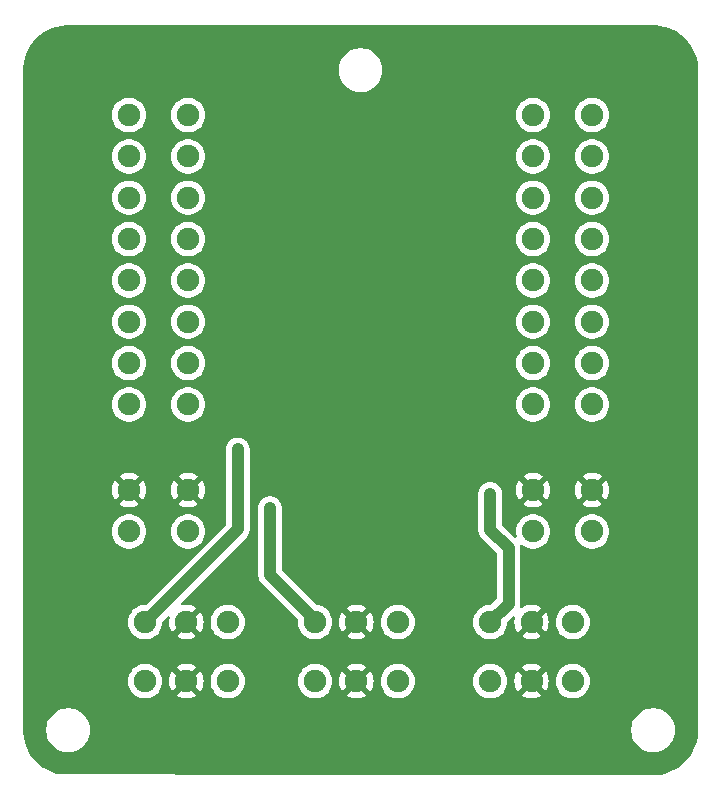
<source format=gbl>
G04 #@! TF.GenerationSoftware,KiCad,Pcbnew,8.0.6*
G04 #@! TF.CreationDate,2024-11-26T19:15:12-08:00*
G04 #@! TF.ProjectId,Constellation STAR UAF V1.0,436f6e73-7465-46c6-9c61-74696f6e2053,rev?*
G04 #@! TF.SameCoordinates,Original*
G04 #@! TF.FileFunction,Copper,L2,Bot*
G04 #@! TF.FilePolarity,Positive*
%FSLAX46Y46*%
G04 Gerber Fmt 4.6, Leading zero omitted, Abs format (unit mm)*
G04 Created by KiCad (PCBNEW 8.0.6) date 2024-11-26 19:15:12*
%MOMM*%
%LPD*%
G01*
G04 APERTURE LIST*
G04 #@! TA.AperFunction,ComponentPad*
%ADD10C,1.900000*%
G04 #@! TD*
G04 #@! TA.AperFunction,ViaPad*
%ADD11C,0.700000*%
G04 #@! TD*
G04 #@! TA.AperFunction,ViaPad*
%ADD12C,1.000000*%
G04 #@! TD*
G04 #@! TA.AperFunction,Conductor*
%ADD13C,1.000000*%
G04 #@! TD*
G04 APERTURE END LIST*
D10*
X68580000Y-64770000D03*
X73580000Y-64770000D03*
X68580000Y-68270000D03*
X73580000Y-68270000D03*
X71950000Y-75950000D03*
X71950000Y-80950000D03*
X68450000Y-75950000D03*
X68450000Y-80950000D03*
X64949999Y-75950000D03*
X64949999Y-80950000D03*
X39370000Y-57520005D03*
X34370000Y-57520005D03*
X39370000Y-54020005D03*
X34370001Y-54020004D03*
X39370000Y-50520003D03*
X34370000Y-50520003D03*
X39370000Y-47020002D03*
X34370000Y-47020002D03*
X39370000Y-43520002D03*
X34370000Y-43520002D03*
X39370000Y-40020002D03*
X34370000Y-40020002D03*
X39370000Y-36520001D03*
X34370000Y-36520001D03*
X39370000Y-33020000D03*
X34370000Y-33020000D03*
X39370000Y-68270000D03*
X34370000Y-68270000D03*
X39370000Y-64770000D03*
X34370000Y-64770000D03*
X42729209Y-75950000D03*
X42729209Y-80950000D03*
X39229209Y-75950000D03*
X39229209Y-80950000D03*
X35729208Y-75950000D03*
X35729208Y-80950000D03*
X57125000Y-75950000D03*
X57125000Y-80950000D03*
X53625000Y-75950000D03*
X53625000Y-80950000D03*
X50124999Y-75950000D03*
X50124999Y-80950000D03*
X68580000Y-33020000D03*
X73580000Y-33020000D03*
X68580000Y-36520000D03*
X73579999Y-36520001D03*
X68580000Y-40020002D03*
X73580000Y-40020002D03*
X68580000Y-43520003D03*
X73580000Y-43520003D03*
X68580000Y-47020003D03*
X73580000Y-47020003D03*
X68580000Y-50520003D03*
X73580000Y-50520003D03*
X68580000Y-54020004D03*
X73580000Y-54020004D03*
X68580000Y-57520005D03*
X73580000Y-57520005D03*
D11*
X61950000Y-70150000D03*
X64012499Y-72150000D03*
D12*
X56050000Y-72500000D03*
D11*
X51400000Y-70100000D03*
X53100000Y-63512500D03*
D12*
X46300000Y-66300000D03*
X64950000Y-65100000D03*
X43575000Y-61325000D03*
D13*
X46300000Y-71950000D02*
X50124999Y-75774999D01*
X50124999Y-75774999D02*
X50124999Y-75950000D01*
X46300000Y-66300000D02*
X46300000Y-71950000D01*
X64950000Y-65100000D02*
X64950000Y-68149998D01*
X66500000Y-69699998D02*
X66500000Y-74399999D01*
X66500000Y-74399999D02*
X64949999Y-75950000D01*
X64950000Y-68149998D02*
X66500000Y-69699998D01*
X43575000Y-68104208D02*
X35729208Y-75950000D01*
X43575000Y-61325000D02*
X43575000Y-68104208D01*
G04 #@! TA.AperFunction,Conductor*
G36*
X78740840Y-25400010D02*
G01*
X78933856Y-25402536D01*
X78945172Y-25403203D01*
X79329967Y-25443646D01*
X79342783Y-25445676D01*
X79720419Y-25525945D01*
X79732954Y-25529304D01*
X80100136Y-25648609D01*
X80112253Y-25653260D01*
X80464964Y-25810297D01*
X80476514Y-25816182D01*
X80810872Y-26009223D01*
X80821753Y-26016289D01*
X81134101Y-26243224D01*
X81144187Y-26251392D01*
X81431096Y-26509725D01*
X81440274Y-26518903D01*
X81698607Y-26805812D01*
X81706775Y-26815898D01*
X81933710Y-27128246D01*
X81940779Y-27139132D01*
X82133813Y-27473478D01*
X82139706Y-27485043D01*
X82296739Y-27837746D01*
X82301390Y-27849863D01*
X82420695Y-28217045D01*
X82424054Y-28229582D01*
X82502354Y-28597954D01*
X82505064Y-28623540D01*
X82550000Y-57225000D01*
X82550000Y-85089218D01*
X82549989Y-85090841D01*
X82547463Y-85283846D01*
X82546795Y-85295184D01*
X82506353Y-85679965D01*
X82504322Y-85692785D01*
X82424054Y-86070417D01*
X82420695Y-86082954D01*
X82301390Y-86450136D01*
X82296739Y-86462253D01*
X82139706Y-86814956D01*
X82133813Y-86826521D01*
X81940779Y-87160867D01*
X81933710Y-87171753D01*
X81706775Y-87484101D01*
X81698607Y-87494187D01*
X81440274Y-87781096D01*
X81431096Y-87790274D01*
X81144187Y-88048607D01*
X81134101Y-88056775D01*
X80821753Y-88283710D01*
X80810867Y-88290779D01*
X80476521Y-88483813D01*
X80464956Y-88489706D01*
X80112253Y-88646739D01*
X80100136Y-88651390D01*
X79732954Y-88770695D01*
X79720417Y-88774054D01*
X79342785Y-88854322D01*
X79329965Y-88856353D01*
X78945184Y-88896795D01*
X78933846Y-88897463D01*
X78747914Y-88899896D01*
X78740839Y-88899989D01*
X78739219Y-88900000D01*
X48280313Y-88900000D01*
X48279771Y-88899999D01*
X28426367Y-88813226D01*
X28401128Y-88810517D01*
X28229581Y-88774054D01*
X28217044Y-88770695D01*
X27849863Y-88651390D01*
X27837746Y-88646739D01*
X27485043Y-88489706D01*
X27473478Y-88483813D01*
X27139132Y-88290779D01*
X27128246Y-88283710D01*
X26815898Y-88056775D01*
X26805812Y-88048607D01*
X26518903Y-87790274D01*
X26509725Y-87781096D01*
X26251392Y-87494187D01*
X26243224Y-87484101D01*
X26016289Y-87171753D01*
X26009220Y-87160867D01*
X25863712Y-86908838D01*
X25816182Y-86826514D01*
X25810297Y-86814964D01*
X25653260Y-86462253D01*
X25648609Y-86450136D01*
X25529304Y-86082954D01*
X25525945Y-86070417D01*
X25445677Y-85692785D01*
X25443646Y-85679965D01*
X25403203Y-85295172D01*
X25402536Y-85283856D01*
X25400011Y-85090840D01*
X25400000Y-85089218D01*
X25400000Y-84968711D01*
X27359500Y-84968711D01*
X27359500Y-85211288D01*
X27391161Y-85451785D01*
X27453947Y-85686104D01*
X27546773Y-85910205D01*
X27546776Y-85910212D01*
X27668064Y-86120289D01*
X27668066Y-86120292D01*
X27668067Y-86120293D01*
X27815733Y-86312736D01*
X27815739Y-86312743D01*
X27987256Y-86484260D01*
X27987262Y-86484265D01*
X28179711Y-86631936D01*
X28389788Y-86753224D01*
X28613900Y-86846054D01*
X28848211Y-86908838D01*
X29028586Y-86932584D01*
X29088711Y-86940500D01*
X29088712Y-86940500D01*
X29331289Y-86940500D01*
X29379388Y-86934167D01*
X29571789Y-86908838D01*
X29806100Y-86846054D01*
X30030212Y-86753224D01*
X30240289Y-86631936D01*
X30432738Y-86484265D01*
X30604265Y-86312738D01*
X30751936Y-86120289D01*
X30873224Y-85910212D01*
X30966054Y-85686100D01*
X31028838Y-85451789D01*
X31060500Y-85211288D01*
X31060500Y-84968712D01*
X31060500Y-84968711D01*
X76889500Y-84968711D01*
X76889500Y-85211288D01*
X76921161Y-85451785D01*
X76983947Y-85686104D01*
X77076773Y-85910205D01*
X77076776Y-85910212D01*
X77198064Y-86120289D01*
X77198066Y-86120292D01*
X77198067Y-86120293D01*
X77345733Y-86312736D01*
X77345739Y-86312743D01*
X77517256Y-86484260D01*
X77517262Y-86484265D01*
X77709711Y-86631936D01*
X77919788Y-86753224D01*
X78143900Y-86846054D01*
X78378211Y-86908838D01*
X78558586Y-86932584D01*
X78618711Y-86940500D01*
X78618712Y-86940500D01*
X78861289Y-86940500D01*
X78909388Y-86934167D01*
X79101789Y-86908838D01*
X79336100Y-86846054D01*
X79560212Y-86753224D01*
X79770289Y-86631936D01*
X79962738Y-86484265D01*
X80134265Y-86312738D01*
X80281936Y-86120289D01*
X80403224Y-85910212D01*
X80496054Y-85686100D01*
X80558838Y-85451789D01*
X80590500Y-85211288D01*
X80590500Y-84968712D01*
X80558838Y-84728211D01*
X80496054Y-84493900D01*
X80403224Y-84269788D01*
X80281936Y-84059711D01*
X80134265Y-83867262D01*
X80134260Y-83867256D01*
X79962743Y-83695739D01*
X79962736Y-83695733D01*
X79770293Y-83548067D01*
X79770292Y-83548066D01*
X79770289Y-83548064D01*
X79560212Y-83426776D01*
X79560205Y-83426773D01*
X79336104Y-83333947D01*
X79101785Y-83271161D01*
X78861289Y-83239500D01*
X78861288Y-83239500D01*
X78618712Y-83239500D01*
X78618711Y-83239500D01*
X78378214Y-83271161D01*
X78143895Y-83333947D01*
X77919794Y-83426773D01*
X77919785Y-83426777D01*
X77709706Y-83548067D01*
X77517263Y-83695733D01*
X77517256Y-83695739D01*
X77345739Y-83867256D01*
X77345733Y-83867263D01*
X77198067Y-84059706D01*
X77076777Y-84269785D01*
X77076773Y-84269794D01*
X76983947Y-84493895D01*
X76921161Y-84728214D01*
X76889500Y-84968711D01*
X31060500Y-84968711D01*
X31028838Y-84728211D01*
X30966054Y-84493900D01*
X30873224Y-84269788D01*
X30751936Y-84059711D01*
X30604265Y-83867262D01*
X30604260Y-83867256D01*
X30432743Y-83695739D01*
X30432736Y-83695733D01*
X30240293Y-83548067D01*
X30240292Y-83548066D01*
X30240289Y-83548064D01*
X30030212Y-83426776D01*
X30030205Y-83426773D01*
X29806104Y-83333947D01*
X29571785Y-83271161D01*
X29331289Y-83239500D01*
X29331288Y-83239500D01*
X29088712Y-83239500D01*
X29088711Y-83239500D01*
X28848214Y-83271161D01*
X28613895Y-83333947D01*
X28389794Y-83426773D01*
X28389785Y-83426777D01*
X28179706Y-83548067D01*
X27987263Y-83695733D01*
X27987256Y-83695739D01*
X27815739Y-83867256D01*
X27815733Y-83867263D01*
X27668067Y-84059706D01*
X27546777Y-84269785D01*
X27546773Y-84269794D01*
X27453947Y-84493895D01*
X27391161Y-84728214D01*
X27359500Y-84968711D01*
X25400000Y-84968711D01*
X25400000Y-80949994D01*
X34273737Y-80949994D01*
X34273737Y-80950005D01*
X34293587Y-81189559D01*
X34352597Y-81422589D01*
X34449159Y-81642729D01*
X34541298Y-81783757D01*
X34580637Y-81843969D01*
X34743444Y-82020825D01*
X34743447Y-82020827D01*
X34743450Y-82020830D01*
X34933132Y-82168466D01*
X34933138Y-82168470D01*
X34933141Y-82168472D01*
X35144552Y-82282882D01*
X35144555Y-82282883D01*
X35371907Y-82360933D01*
X35371909Y-82360933D01*
X35371911Y-82360934D01*
X35609016Y-82400500D01*
X35609017Y-82400500D01*
X35849399Y-82400500D01*
X35849400Y-82400500D01*
X36086505Y-82360934D01*
X36313864Y-82282882D01*
X36525275Y-82168472D01*
X36525819Y-82168049D01*
X36588976Y-82118891D01*
X36714972Y-82020825D01*
X36877779Y-81843969D01*
X37009257Y-81642728D01*
X37105818Y-81422591D01*
X37164828Y-81189563D01*
X37184679Y-80950000D01*
X37184679Y-80949994D01*
X37774240Y-80949994D01*
X37774240Y-80950005D01*
X37794083Y-81189476D01*
X37853074Y-81422428D01*
X37949601Y-81642488D01*
X38041896Y-81783757D01*
X38664596Y-81161058D01*
X38670098Y-81181591D01*
X38749090Y-81318408D01*
X38860801Y-81430119D01*
X38997618Y-81509111D01*
X39018149Y-81514612D01*
X38394781Y-82137979D01*
X38433417Y-82168051D01*
X38644753Y-82282421D01*
X38644759Y-82282423D01*
X38872032Y-82360446D01*
X39109060Y-82400000D01*
X39349358Y-82400000D01*
X39586385Y-82360446D01*
X39813658Y-82282423D01*
X39813664Y-82282421D01*
X40025003Y-82168049D01*
X40025004Y-82168048D01*
X40063635Y-82137980D01*
X40063636Y-82137979D01*
X39440268Y-81514612D01*
X39460800Y-81509111D01*
X39597617Y-81430119D01*
X39709328Y-81318408D01*
X39788320Y-81181591D01*
X39793821Y-81161059D01*
X40416519Y-81783758D01*
X40508817Y-81642485D01*
X40605343Y-81422428D01*
X40664334Y-81189476D01*
X40684178Y-80950005D01*
X40684178Y-80949994D01*
X41273738Y-80949994D01*
X41273738Y-80950005D01*
X41293588Y-81189559D01*
X41352598Y-81422589D01*
X41449160Y-81642729D01*
X41541299Y-81783757D01*
X41580638Y-81843969D01*
X41743445Y-82020825D01*
X41743448Y-82020827D01*
X41743451Y-82020830D01*
X41933133Y-82168466D01*
X41933139Y-82168470D01*
X41933142Y-82168472D01*
X42144553Y-82282882D01*
X42144556Y-82282883D01*
X42371908Y-82360933D01*
X42371910Y-82360933D01*
X42371912Y-82360934D01*
X42609017Y-82400500D01*
X42609018Y-82400500D01*
X42849400Y-82400500D01*
X42849401Y-82400500D01*
X43086506Y-82360934D01*
X43313865Y-82282882D01*
X43525276Y-82168472D01*
X43525820Y-82168049D01*
X43588977Y-82118891D01*
X43714973Y-82020825D01*
X43877780Y-81843969D01*
X44009258Y-81642728D01*
X44105819Y-81422591D01*
X44164829Y-81189563D01*
X44184680Y-80950000D01*
X44184680Y-80949994D01*
X48669528Y-80949994D01*
X48669528Y-80950005D01*
X48689378Y-81189559D01*
X48748388Y-81422589D01*
X48844950Y-81642729D01*
X48937089Y-81783757D01*
X48976428Y-81843969D01*
X49139235Y-82020825D01*
X49139238Y-82020827D01*
X49139241Y-82020830D01*
X49328923Y-82168466D01*
X49328929Y-82168470D01*
X49328932Y-82168472D01*
X49540343Y-82282882D01*
X49540346Y-82282883D01*
X49767698Y-82360933D01*
X49767700Y-82360933D01*
X49767702Y-82360934D01*
X50004807Y-82400500D01*
X50004808Y-82400500D01*
X50245190Y-82400500D01*
X50245191Y-82400500D01*
X50482296Y-82360934D01*
X50709655Y-82282882D01*
X50921066Y-82168472D01*
X50921610Y-82168049D01*
X50984767Y-82118891D01*
X51110763Y-82020825D01*
X51273570Y-81843969D01*
X51405048Y-81642728D01*
X51501609Y-81422591D01*
X51560619Y-81189563D01*
X51580470Y-80950000D01*
X51580470Y-80949994D01*
X52170031Y-80949994D01*
X52170031Y-80950005D01*
X52189874Y-81189476D01*
X52248865Y-81422428D01*
X52345392Y-81642488D01*
X52437687Y-81783757D01*
X53060387Y-81161058D01*
X53065889Y-81181591D01*
X53144881Y-81318408D01*
X53256592Y-81430119D01*
X53393409Y-81509111D01*
X53413940Y-81514612D01*
X52790572Y-82137979D01*
X52829208Y-82168051D01*
X53040544Y-82282421D01*
X53040550Y-82282423D01*
X53267823Y-82360446D01*
X53504851Y-82400000D01*
X53745149Y-82400000D01*
X53982176Y-82360446D01*
X54209449Y-82282423D01*
X54209455Y-82282421D01*
X54420794Y-82168049D01*
X54420795Y-82168048D01*
X54459426Y-82137980D01*
X54459427Y-82137979D01*
X53836059Y-81514612D01*
X53856591Y-81509111D01*
X53993408Y-81430119D01*
X54105119Y-81318408D01*
X54184111Y-81181591D01*
X54189612Y-81161060D01*
X54812310Y-81783758D01*
X54904608Y-81642485D01*
X55001134Y-81422428D01*
X55060125Y-81189476D01*
X55079969Y-80950005D01*
X55079969Y-80949994D01*
X55669529Y-80949994D01*
X55669529Y-80950005D01*
X55689379Y-81189559D01*
X55748389Y-81422589D01*
X55844951Y-81642729D01*
X55937090Y-81783757D01*
X55976429Y-81843969D01*
X56139236Y-82020825D01*
X56139239Y-82020827D01*
X56139242Y-82020830D01*
X56328924Y-82168466D01*
X56328930Y-82168470D01*
X56328933Y-82168472D01*
X56540344Y-82282882D01*
X56540347Y-82282883D01*
X56767699Y-82360933D01*
X56767701Y-82360933D01*
X56767703Y-82360934D01*
X57004808Y-82400500D01*
X57004809Y-82400500D01*
X57245191Y-82400500D01*
X57245192Y-82400500D01*
X57482297Y-82360934D01*
X57709656Y-82282882D01*
X57921067Y-82168472D01*
X57921611Y-82168049D01*
X57984768Y-82118891D01*
X58110764Y-82020825D01*
X58273571Y-81843969D01*
X58405049Y-81642728D01*
X58501610Y-81422591D01*
X58560620Y-81189563D01*
X58580471Y-80950000D01*
X58580471Y-80949994D01*
X63494528Y-80949994D01*
X63494528Y-80950005D01*
X63514378Y-81189559D01*
X63573388Y-81422589D01*
X63669950Y-81642729D01*
X63762089Y-81783757D01*
X63801428Y-81843969D01*
X63964235Y-82020825D01*
X63964238Y-82020827D01*
X63964241Y-82020830D01*
X64153923Y-82168466D01*
X64153929Y-82168470D01*
X64153932Y-82168472D01*
X64365343Y-82282882D01*
X64365346Y-82282883D01*
X64592698Y-82360933D01*
X64592700Y-82360933D01*
X64592702Y-82360934D01*
X64829807Y-82400500D01*
X64829808Y-82400500D01*
X65070190Y-82400500D01*
X65070191Y-82400500D01*
X65307296Y-82360934D01*
X65534655Y-82282882D01*
X65746066Y-82168472D01*
X65746610Y-82168049D01*
X65809767Y-82118891D01*
X65935763Y-82020825D01*
X66098570Y-81843969D01*
X66230048Y-81642728D01*
X66326609Y-81422591D01*
X66385619Y-81189563D01*
X66405470Y-80950000D01*
X66405470Y-80949994D01*
X66995031Y-80949994D01*
X66995031Y-80950005D01*
X67014874Y-81189476D01*
X67073865Y-81422428D01*
X67170392Y-81642488D01*
X67262687Y-81783757D01*
X67885387Y-81161058D01*
X67890889Y-81181591D01*
X67969881Y-81318408D01*
X68081592Y-81430119D01*
X68218409Y-81509111D01*
X68238940Y-81514612D01*
X67615572Y-82137979D01*
X67654208Y-82168051D01*
X67865544Y-82282421D01*
X67865550Y-82282423D01*
X68092823Y-82360446D01*
X68329851Y-82400000D01*
X68570149Y-82400000D01*
X68807176Y-82360446D01*
X69034449Y-82282423D01*
X69034455Y-82282421D01*
X69245794Y-82168049D01*
X69245795Y-82168048D01*
X69284426Y-82137980D01*
X69284427Y-82137979D01*
X68661059Y-81514612D01*
X68681591Y-81509111D01*
X68818408Y-81430119D01*
X68930119Y-81318408D01*
X69009111Y-81181591D01*
X69014612Y-81161060D01*
X69637310Y-81783758D01*
X69729608Y-81642485D01*
X69826134Y-81422428D01*
X69885125Y-81189476D01*
X69904969Y-80950005D01*
X69904969Y-80949994D01*
X70494529Y-80949994D01*
X70494529Y-80950005D01*
X70514379Y-81189559D01*
X70573389Y-81422589D01*
X70669951Y-81642729D01*
X70762090Y-81783757D01*
X70801429Y-81843969D01*
X70964236Y-82020825D01*
X70964239Y-82020827D01*
X70964242Y-82020830D01*
X71153924Y-82168466D01*
X71153930Y-82168470D01*
X71153933Y-82168472D01*
X71365344Y-82282882D01*
X71365347Y-82282883D01*
X71592699Y-82360933D01*
X71592701Y-82360933D01*
X71592703Y-82360934D01*
X71829808Y-82400500D01*
X71829809Y-82400500D01*
X72070191Y-82400500D01*
X72070192Y-82400500D01*
X72307297Y-82360934D01*
X72534656Y-82282882D01*
X72746067Y-82168472D01*
X72746611Y-82168049D01*
X72809768Y-82118891D01*
X72935764Y-82020825D01*
X73098571Y-81843969D01*
X73230049Y-81642728D01*
X73326610Y-81422591D01*
X73385620Y-81189563D01*
X73405471Y-80950000D01*
X73385620Y-80710437D01*
X73326610Y-80477409D01*
X73230049Y-80257272D01*
X73098571Y-80056031D01*
X72935764Y-79879175D01*
X72935759Y-79879171D01*
X72935757Y-79879169D01*
X72746075Y-79731533D01*
X72746069Y-79731529D01*
X72534657Y-79617118D01*
X72534652Y-79617116D01*
X72307300Y-79539066D01*
X72129468Y-79509391D01*
X72070192Y-79499500D01*
X71829808Y-79499500D01*
X71782387Y-79507413D01*
X71592699Y-79539066D01*
X71365347Y-79617116D01*
X71365342Y-79617118D01*
X71153930Y-79731529D01*
X71153924Y-79731533D01*
X70964242Y-79879169D01*
X70964239Y-79879172D01*
X70801430Y-80056029D01*
X70801427Y-80056033D01*
X70669951Y-80257270D01*
X70573389Y-80477410D01*
X70514379Y-80710440D01*
X70494529Y-80949994D01*
X69904969Y-80949994D01*
X69885125Y-80710523D01*
X69826134Y-80477571D01*
X69729607Y-80257511D01*
X69637310Y-80116240D01*
X69014612Y-80738939D01*
X69009111Y-80718409D01*
X68930119Y-80581592D01*
X68818408Y-80469881D01*
X68681591Y-80390889D01*
X68661059Y-80385387D01*
X69284426Y-79762019D01*
X69284426Y-79762017D01*
X69245801Y-79731954D01*
X69245795Y-79731950D01*
X69034455Y-79617578D01*
X69034449Y-79617576D01*
X68807176Y-79539553D01*
X68570149Y-79500000D01*
X68329851Y-79500000D01*
X68092823Y-79539553D01*
X67865550Y-79617576D01*
X67865544Y-79617578D01*
X67654209Y-79731948D01*
X67615571Y-79762019D01*
X68238940Y-80385387D01*
X68218409Y-80390889D01*
X68081592Y-80469881D01*
X67969881Y-80581592D01*
X67890889Y-80718409D01*
X67885387Y-80738940D01*
X67262688Y-80116241D01*
X67170392Y-80257511D01*
X67073865Y-80477571D01*
X67014874Y-80710523D01*
X66995031Y-80949994D01*
X66405470Y-80949994D01*
X66385619Y-80710437D01*
X66326609Y-80477409D01*
X66230048Y-80257272D01*
X66098570Y-80056031D01*
X65935763Y-79879175D01*
X65935758Y-79879171D01*
X65935756Y-79879169D01*
X65746074Y-79731533D01*
X65746068Y-79731529D01*
X65534656Y-79617118D01*
X65534651Y-79617116D01*
X65307299Y-79539066D01*
X65129467Y-79509391D01*
X65070191Y-79499500D01*
X64829807Y-79499500D01*
X64782386Y-79507413D01*
X64592698Y-79539066D01*
X64365346Y-79617116D01*
X64365341Y-79617118D01*
X64153929Y-79731529D01*
X64153923Y-79731533D01*
X63964241Y-79879169D01*
X63964238Y-79879172D01*
X63801429Y-80056029D01*
X63801426Y-80056033D01*
X63669950Y-80257270D01*
X63573388Y-80477410D01*
X63514378Y-80710440D01*
X63494528Y-80949994D01*
X58580471Y-80949994D01*
X58560620Y-80710437D01*
X58501610Y-80477409D01*
X58405049Y-80257272D01*
X58273571Y-80056031D01*
X58110764Y-79879175D01*
X58110759Y-79879171D01*
X58110757Y-79879169D01*
X57921075Y-79731533D01*
X57921069Y-79731529D01*
X57709657Y-79617118D01*
X57709652Y-79617116D01*
X57482300Y-79539066D01*
X57304468Y-79509391D01*
X57245192Y-79499500D01*
X57004808Y-79499500D01*
X56957387Y-79507413D01*
X56767699Y-79539066D01*
X56540347Y-79617116D01*
X56540342Y-79617118D01*
X56328930Y-79731529D01*
X56328924Y-79731533D01*
X56139242Y-79879169D01*
X56139239Y-79879172D01*
X55976430Y-80056029D01*
X55976427Y-80056033D01*
X55844951Y-80257270D01*
X55748389Y-80477410D01*
X55689379Y-80710440D01*
X55669529Y-80949994D01*
X55079969Y-80949994D01*
X55060125Y-80710523D01*
X55001134Y-80477571D01*
X54904607Y-80257511D01*
X54812310Y-80116240D01*
X54189612Y-80738939D01*
X54184111Y-80718409D01*
X54105119Y-80581592D01*
X53993408Y-80469881D01*
X53856591Y-80390889D01*
X53836059Y-80385387D01*
X54459426Y-79762019D01*
X54459426Y-79762017D01*
X54420801Y-79731954D01*
X54420795Y-79731950D01*
X54209455Y-79617578D01*
X54209449Y-79617576D01*
X53982176Y-79539553D01*
X53745149Y-79500000D01*
X53504851Y-79500000D01*
X53267823Y-79539553D01*
X53040550Y-79617576D01*
X53040544Y-79617578D01*
X52829209Y-79731948D01*
X52790571Y-79762019D01*
X53413940Y-80385387D01*
X53393409Y-80390889D01*
X53256592Y-80469881D01*
X53144881Y-80581592D01*
X53065889Y-80718409D01*
X53060387Y-80738940D01*
X52437688Y-80116241D01*
X52345392Y-80257511D01*
X52248865Y-80477571D01*
X52189874Y-80710523D01*
X52170031Y-80949994D01*
X51580470Y-80949994D01*
X51560619Y-80710437D01*
X51501609Y-80477409D01*
X51405048Y-80257272D01*
X51273570Y-80056031D01*
X51110763Y-79879175D01*
X51110758Y-79879171D01*
X51110756Y-79879169D01*
X50921074Y-79731533D01*
X50921068Y-79731529D01*
X50709656Y-79617118D01*
X50709651Y-79617116D01*
X50482299Y-79539066D01*
X50304467Y-79509391D01*
X50245191Y-79499500D01*
X50004807Y-79499500D01*
X49957386Y-79507413D01*
X49767698Y-79539066D01*
X49540346Y-79617116D01*
X49540341Y-79617118D01*
X49328929Y-79731529D01*
X49328923Y-79731533D01*
X49139241Y-79879169D01*
X49139238Y-79879172D01*
X48976429Y-80056029D01*
X48976426Y-80056033D01*
X48844950Y-80257270D01*
X48748388Y-80477410D01*
X48689378Y-80710440D01*
X48669528Y-80949994D01*
X44184680Y-80949994D01*
X44164829Y-80710437D01*
X44105819Y-80477409D01*
X44009258Y-80257272D01*
X43877780Y-80056031D01*
X43714973Y-79879175D01*
X43714968Y-79879171D01*
X43714966Y-79879169D01*
X43525284Y-79731533D01*
X43525278Y-79731529D01*
X43313866Y-79617118D01*
X43313861Y-79617116D01*
X43086509Y-79539066D01*
X42908677Y-79509391D01*
X42849401Y-79499500D01*
X42609017Y-79499500D01*
X42561596Y-79507413D01*
X42371908Y-79539066D01*
X42144556Y-79617116D01*
X42144551Y-79617118D01*
X41933139Y-79731529D01*
X41933133Y-79731533D01*
X41743451Y-79879169D01*
X41743448Y-79879172D01*
X41580639Y-80056029D01*
X41580636Y-80056033D01*
X41449160Y-80257270D01*
X41352598Y-80477410D01*
X41293588Y-80710440D01*
X41273738Y-80949994D01*
X40684178Y-80949994D01*
X40664334Y-80710523D01*
X40605343Y-80477571D01*
X40508816Y-80257511D01*
X40416519Y-80116240D01*
X39793821Y-80738939D01*
X39788320Y-80718409D01*
X39709328Y-80581592D01*
X39597617Y-80469881D01*
X39460800Y-80390889D01*
X39440268Y-80385387D01*
X40063635Y-79762019D01*
X40063635Y-79762017D01*
X40025010Y-79731954D01*
X40025004Y-79731950D01*
X39813664Y-79617578D01*
X39813658Y-79617576D01*
X39586385Y-79539553D01*
X39349358Y-79500000D01*
X39109060Y-79500000D01*
X38872032Y-79539553D01*
X38644759Y-79617576D01*
X38644753Y-79617578D01*
X38433418Y-79731948D01*
X38394780Y-79762019D01*
X39018149Y-80385387D01*
X38997618Y-80390889D01*
X38860801Y-80469881D01*
X38749090Y-80581592D01*
X38670098Y-80718409D01*
X38664596Y-80738940D01*
X38041897Y-80116241D01*
X37949601Y-80257511D01*
X37853074Y-80477571D01*
X37794083Y-80710523D01*
X37774240Y-80949994D01*
X37184679Y-80949994D01*
X37164828Y-80710437D01*
X37105818Y-80477409D01*
X37009257Y-80257272D01*
X36877779Y-80056031D01*
X36714972Y-79879175D01*
X36714967Y-79879171D01*
X36714965Y-79879169D01*
X36525283Y-79731533D01*
X36525277Y-79731529D01*
X36313865Y-79617118D01*
X36313860Y-79617116D01*
X36086508Y-79539066D01*
X35908676Y-79509391D01*
X35849400Y-79499500D01*
X35609016Y-79499500D01*
X35561595Y-79507413D01*
X35371907Y-79539066D01*
X35144555Y-79617116D01*
X35144550Y-79617118D01*
X34933138Y-79731529D01*
X34933132Y-79731533D01*
X34743450Y-79879169D01*
X34743447Y-79879172D01*
X34580638Y-80056029D01*
X34580635Y-80056033D01*
X34449159Y-80257270D01*
X34352597Y-80477410D01*
X34293587Y-80710440D01*
X34273737Y-80949994D01*
X25400000Y-80949994D01*
X25400000Y-75949994D01*
X34273737Y-75949994D01*
X34273737Y-75950005D01*
X34293587Y-76189559D01*
X34352597Y-76422589D01*
X34449159Y-76642729D01*
X34541298Y-76783757D01*
X34580637Y-76843969D01*
X34743444Y-77020825D01*
X34743447Y-77020827D01*
X34743450Y-77020830D01*
X34933132Y-77168466D01*
X34933138Y-77168470D01*
X34933141Y-77168472D01*
X35144552Y-77282882D01*
X35144555Y-77282883D01*
X35371907Y-77360933D01*
X35371909Y-77360933D01*
X35371911Y-77360934D01*
X35609016Y-77400500D01*
X35609017Y-77400500D01*
X35849399Y-77400500D01*
X35849400Y-77400500D01*
X36086505Y-77360934D01*
X36313864Y-77282882D01*
X36525275Y-77168472D01*
X36525819Y-77168049D01*
X36588976Y-77118891D01*
X36714972Y-77020825D01*
X36877779Y-76843969D01*
X37009257Y-76642728D01*
X37105818Y-76422591D01*
X37164828Y-76189563D01*
X37184589Y-75951082D01*
X37209742Y-75885898D01*
X37220476Y-75873650D01*
X37614842Y-75479284D01*
X37676163Y-75445801D01*
X37745855Y-75450785D01*
X37801788Y-75492657D01*
X37826205Y-75558121D01*
X37822727Y-75597406D01*
X37794083Y-75710521D01*
X37774240Y-75949994D01*
X37774240Y-75950005D01*
X37794083Y-76189476D01*
X37853074Y-76422428D01*
X37949601Y-76642488D01*
X38041896Y-76783757D01*
X38664596Y-76161058D01*
X38670098Y-76181591D01*
X38749090Y-76318408D01*
X38860801Y-76430119D01*
X38997618Y-76509111D01*
X39018149Y-76514612D01*
X38394781Y-77137979D01*
X38433417Y-77168051D01*
X38644753Y-77282421D01*
X38644759Y-77282423D01*
X38872032Y-77360446D01*
X39109060Y-77400000D01*
X39349358Y-77400000D01*
X39586385Y-77360446D01*
X39813658Y-77282423D01*
X39813664Y-77282421D01*
X40025003Y-77168049D01*
X40025004Y-77168048D01*
X40063635Y-77137980D01*
X40063636Y-77137979D01*
X39440268Y-76514612D01*
X39460800Y-76509111D01*
X39597617Y-76430119D01*
X39709328Y-76318408D01*
X39788320Y-76181591D01*
X39793821Y-76161059D01*
X40416519Y-76783758D01*
X40508817Y-76642485D01*
X40605343Y-76422428D01*
X40664334Y-76189476D01*
X40684178Y-75950005D01*
X40684178Y-75949994D01*
X41273738Y-75949994D01*
X41273738Y-75950005D01*
X41293588Y-76189559D01*
X41352598Y-76422589D01*
X41449160Y-76642729D01*
X41541299Y-76783757D01*
X41580638Y-76843969D01*
X41743445Y-77020825D01*
X41743448Y-77020827D01*
X41743451Y-77020830D01*
X41933133Y-77168466D01*
X41933139Y-77168470D01*
X41933142Y-77168472D01*
X42144553Y-77282882D01*
X42144556Y-77282883D01*
X42371908Y-77360933D01*
X42371910Y-77360933D01*
X42371912Y-77360934D01*
X42609017Y-77400500D01*
X42609018Y-77400500D01*
X42849400Y-77400500D01*
X42849401Y-77400500D01*
X43086506Y-77360934D01*
X43313865Y-77282882D01*
X43525276Y-77168472D01*
X43525820Y-77168049D01*
X43588977Y-77118891D01*
X43714973Y-77020825D01*
X43877780Y-76843969D01*
X44009258Y-76642728D01*
X44105819Y-76422591D01*
X44164829Y-76189563D01*
X44178135Y-76028991D01*
X44184680Y-75950005D01*
X44184680Y-75949994D01*
X44168185Y-75750943D01*
X44164829Y-75710437D01*
X44105819Y-75477409D01*
X44009258Y-75257272D01*
X43877780Y-75056031D01*
X43714973Y-74879175D01*
X43714968Y-74879171D01*
X43714966Y-74879169D01*
X43525284Y-74731533D01*
X43525278Y-74731529D01*
X43313866Y-74617118D01*
X43313861Y-74617116D01*
X43086509Y-74539066D01*
X42908677Y-74509391D01*
X42849401Y-74499500D01*
X42609017Y-74499500D01*
X42561596Y-74507413D01*
X42371908Y-74539066D01*
X42144556Y-74617116D01*
X42144551Y-74617118D01*
X41933139Y-74731529D01*
X41933133Y-74731533D01*
X41743451Y-74879169D01*
X41743448Y-74879172D01*
X41580639Y-75056029D01*
X41580636Y-75056033D01*
X41449160Y-75257270D01*
X41352598Y-75477410D01*
X41293588Y-75710440D01*
X41273738Y-75949994D01*
X40684178Y-75949994D01*
X40664334Y-75710523D01*
X40605343Y-75477571D01*
X40508816Y-75257511D01*
X40416519Y-75116240D01*
X39793821Y-75738939D01*
X39788320Y-75718409D01*
X39709328Y-75581592D01*
X39597617Y-75469881D01*
X39460800Y-75390889D01*
X39440268Y-75385387D01*
X40063635Y-74762019D01*
X40063635Y-74762017D01*
X40025010Y-74731954D01*
X40025004Y-74731950D01*
X39813664Y-74617578D01*
X39813658Y-74617576D01*
X39586385Y-74539553D01*
X39349358Y-74500000D01*
X39109060Y-74500000D01*
X38872780Y-74539428D01*
X38803415Y-74531046D01*
X38749592Y-74486493D01*
X38728402Y-74419915D01*
X38746570Y-74352448D01*
X38764689Y-74329438D01*
X39072231Y-74021897D01*
X44352139Y-68741990D01*
X44389129Y-68686629D01*
X44461631Y-68578124D01*
X44461636Y-68578114D01*
X44537049Y-68396047D01*
X44537051Y-68396043D01*
X44562124Y-68269994D01*
X44575500Y-68202751D01*
X44575500Y-66299999D01*
X45294659Y-66299999D01*
X45298903Y-66343090D01*
X45299500Y-66355244D01*
X45299500Y-72048541D01*
X45299500Y-72048543D01*
X45299499Y-72048543D01*
X45337947Y-72241829D01*
X45337950Y-72241839D01*
X45413364Y-72423907D01*
X45413371Y-72423920D01*
X45522859Y-72587780D01*
X45522860Y-72587781D01*
X45522861Y-72587782D01*
X45662218Y-72727139D01*
X45662219Y-72727139D01*
X45669286Y-72734206D01*
X45669285Y-72734206D01*
X45669289Y-72734209D01*
X48645380Y-75710301D01*
X48678865Y-75771624D01*
X48681275Y-75808220D01*
X48669529Y-75949994D01*
X48669528Y-75950005D01*
X48689378Y-76189559D01*
X48748388Y-76422589D01*
X48844950Y-76642729D01*
X48937089Y-76783757D01*
X48976428Y-76843969D01*
X49139235Y-77020825D01*
X49139238Y-77020827D01*
X49139241Y-77020830D01*
X49328923Y-77168466D01*
X49328929Y-77168470D01*
X49328932Y-77168472D01*
X49540343Y-77282882D01*
X49540346Y-77282883D01*
X49767698Y-77360933D01*
X49767700Y-77360933D01*
X49767702Y-77360934D01*
X50004807Y-77400500D01*
X50004808Y-77400500D01*
X50245190Y-77400500D01*
X50245191Y-77400500D01*
X50482296Y-77360934D01*
X50709655Y-77282882D01*
X50921066Y-77168472D01*
X50921610Y-77168049D01*
X50984767Y-77118891D01*
X51110763Y-77020825D01*
X51273570Y-76843969D01*
X51405048Y-76642728D01*
X51501609Y-76422591D01*
X51560619Y-76189563D01*
X51573925Y-76028991D01*
X51580470Y-75950005D01*
X51580470Y-75949994D01*
X52170031Y-75949994D01*
X52170031Y-75950005D01*
X52189874Y-76189476D01*
X52248865Y-76422428D01*
X52345392Y-76642488D01*
X52437687Y-76783757D01*
X53060387Y-76161058D01*
X53065889Y-76181591D01*
X53144881Y-76318408D01*
X53256592Y-76430119D01*
X53393409Y-76509111D01*
X53413940Y-76514612D01*
X52790572Y-77137979D01*
X52829208Y-77168051D01*
X53040544Y-77282421D01*
X53040550Y-77282423D01*
X53267823Y-77360446D01*
X53504851Y-77400000D01*
X53745149Y-77400000D01*
X53982176Y-77360446D01*
X54209449Y-77282423D01*
X54209455Y-77282421D01*
X54420794Y-77168049D01*
X54420795Y-77168048D01*
X54459426Y-77137980D01*
X54459427Y-77137979D01*
X53836059Y-76514612D01*
X53856591Y-76509111D01*
X53993408Y-76430119D01*
X54105119Y-76318408D01*
X54184111Y-76181591D01*
X54189612Y-76161060D01*
X54812310Y-76783758D01*
X54904608Y-76642485D01*
X55001134Y-76422428D01*
X55060125Y-76189476D01*
X55079969Y-75950005D01*
X55079969Y-75949994D01*
X55669529Y-75949994D01*
X55669529Y-75950005D01*
X55689379Y-76189559D01*
X55748389Y-76422589D01*
X55844951Y-76642729D01*
X55937090Y-76783757D01*
X55976429Y-76843969D01*
X56139236Y-77020825D01*
X56139239Y-77020827D01*
X56139242Y-77020830D01*
X56328924Y-77168466D01*
X56328930Y-77168470D01*
X56328933Y-77168472D01*
X56540344Y-77282882D01*
X56540347Y-77282883D01*
X56767699Y-77360933D01*
X56767701Y-77360933D01*
X56767703Y-77360934D01*
X57004808Y-77400500D01*
X57004809Y-77400500D01*
X57245191Y-77400500D01*
X57245192Y-77400500D01*
X57482297Y-77360934D01*
X57709656Y-77282882D01*
X57921067Y-77168472D01*
X57921611Y-77168049D01*
X57984768Y-77118891D01*
X58110764Y-77020825D01*
X58273571Y-76843969D01*
X58405049Y-76642728D01*
X58501610Y-76422591D01*
X58560620Y-76189563D01*
X58573926Y-76028991D01*
X58580471Y-75950005D01*
X58580471Y-75949994D01*
X63494528Y-75949994D01*
X63494528Y-75950005D01*
X63514378Y-76189559D01*
X63573388Y-76422589D01*
X63669950Y-76642729D01*
X63762089Y-76783757D01*
X63801428Y-76843969D01*
X63964235Y-77020825D01*
X63964238Y-77020827D01*
X63964241Y-77020830D01*
X64153923Y-77168466D01*
X64153929Y-77168470D01*
X64153932Y-77168472D01*
X64365343Y-77282882D01*
X64365346Y-77282883D01*
X64592698Y-77360933D01*
X64592700Y-77360933D01*
X64592702Y-77360934D01*
X64829807Y-77400500D01*
X64829808Y-77400500D01*
X65070190Y-77400500D01*
X65070191Y-77400500D01*
X65307296Y-77360934D01*
X65534655Y-77282882D01*
X65746066Y-77168472D01*
X65746610Y-77168049D01*
X65809767Y-77118891D01*
X65935763Y-77020825D01*
X66098570Y-76843969D01*
X66230048Y-76642728D01*
X66326609Y-76422591D01*
X66385619Y-76189563D01*
X66405380Y-75951082D01*
X66430533Y-75885898D01*
X66441267Y-75873650D01*
X66835631Y-75479288D01*
X66896954Y-75445803D01*
X66966646Y-75450787D01*
X67022579Y-75492659D01*
X67046996Y-75558123D01*
X67043518Y-75597409D01*
X67014874Y-75710523D01*
X66995031Y-75949994D01*
X66995031Y-75950005D01*
X67014874Y-76189476D01*
X67073865Y-76422428D01*
X67170392Y-76642488D01*
X67262687Y-76783757D01*
X67885387Y-76161058D01*
X67890889Y-76181591D01*
X67969881Y-76318408D01*
X68081592Y-76430119D01*
X68218409Y-76509111D01*
X68238940Y-76514612D01*
X67615572Y-77137979D01*
X67654208Y-77168051D01*
X67865544Y-77282421D01*
X67865550Y-77282423D01*
X68092823Y-77360446D01*
X68329851Y-77400000D01*
X68570149Y-77400000D01*
X68807176Y-77360446D01*
X69034449Y-77282423D01*
X69034455Y-77282421D01*
X69245794Y-77168049D01*
X69245795Y-77168048D01*
X69284426Y-77137980D01*
X69284427Y-77137979D01*
X68661059Y-76514612D01*
X68681591Y-76509111D01*
X68818408Y-76430119D01*
X68930119Y-76318408D01*
X69009111Y-76181591D01*
X69014612Y-76161060D01*
X69637310Y-76783758D01*
X69729608Y-76642485D01*
X69826134Y-76422428D01*
X69885125Y-76189476D01*
X69904969Y-75950005D01*
X69904969Y-75949994D01*
X70494529Y-75949994D01*
X70494529Y-75950005D01*
X70514379Y-76189559D01*
X70573389Y-76422589D01*
X70669951Y-76642729D01*
X70762090Y-76783757D01*
X70801429Y-76843969D01*
X70964236Y-77020825D01*
X70964239Y-77020827D01*
X70964242Y-77020830D01*
X71153924Y-77168466D01*
X71153930Y-77168470D01*
X71153933Y-77168472D01*
X71365344Y-77282882D01*
X71365347Y-77282883D01*
X71592699Y-77360933D01*
X71592701Y-77360933D01*
X71592703Y-77360934D01*
X71829808Y-77400500D01*
X71829809Y-77400500D01*
X72070191Y-77400500D01*
X72070192Y-77400500D01*
X72307297Y-77360934D01*
X72534656Y-77282882D01*
X72746067Y-77168472D01*
X72746611Y-77168049D01*
X72809768Y-77118891D01*
X72935764Y-77020825D01*
X73098571Y-76843969D01*
X73230049Y-76642728D01*
X73326610Y-76422591D01*
X73385620Y-76189563D01*
X73398926Y-76028991D01*
X73405471Y-75950005D01*
X73405471Y-75949994D01*
X73388976Y-75750943D01*
X73385620Y-75710437D01*
X73326610Y-75477409D01*
X73230049Y-75257272D01*
X73098571Y-75056031D01*
X72935764Y-74879175D01*
X72935759Y-74879171D01*
X72935757Y-74879169D01*
X72746075Y-74731533D01*
X72746069Y-74731529D01*
X72534657Y-74617118D01*
X72534652Y-74617116D01*
X72307300Y-74539066D01*
X72129468Y-74509391D01*
X72070192Y-74499500D01*
X71829808Y-74499500D01*
X71782387Y-74507413D01*
X71592699Y-74539066D01*
X71365347Y-74617116D01*
X71365342Y-74617118D01*
X71153930Y-74731529D01*
X71153924Y-74731533D01*
X70964242Y-74879169D01*
X70964239Y-74879172D01*
X70801430Y-75056029D01*
X70801427Y-75056033D01*
X70669951Y-75257270D01*
X70573389Y-75477410D01*
X70514379Y-75710440D01*
X70494529Y-75949994D01*
X69904969Y-75949994D01*
X69885125Y-75710523D01*
X69826134Y-75477571D01*
X69729607Y-75257511D01*
X69637310Y-75116240D01*
X69014612Y-75738939D01*
X69009111Y-75718409D01*
X68930119Y-75581592D01*
X68818408Y-75469881D01*
X68681591Y-75390889D01*
X68661059Y-75385387D01*
X69284426Y-74762019D01*
X69284426Y-74762017D01*
X69245801Y-74731954D01*
X69245795Y-74731950D01*
X69034455Y-74617578D01*
X69034449Y-74617576D01*
X68807176Y-74539553D01*
X68570149Y-74500000D01*
X68329851Y-74500000D01*
X68092823Y-74539553D01*
X67865550Y-74617576D01*
X67865539Y-74617581D01*
X67662055Y-74727701D01*
X67593727Y-74742296D01*
X67528355Y-74717633D01*
X67486694Y-74661542D01*
X67481421Y-74594454D01*
X67500500Y-74498542D01*
X67500500Y-69601455D01*
X67486942Y-69533299D01*
X67493169Y-69463707D01*
X67536031Y-69408529D01*
X67601921Y-69385284D01*
X67669918Y-69401351D01*
X67684721Y-69411252D01*
X67783933Y-69488472D01*
X67995344Y-69602882D01*
X67995347Y-69602883D01*
X68222699Y-69680933D01*
X68222701Y-69680933D01*
X68222703Y-69680934D01*
X68459808Y-69720500D01*
X68459809Y-69720500D01*
X68700191Y-69720500D01*
X68700192Y-69720500D01*
X68937297Y-69680934D01*
X69164656Y-69602882D01*
X69376067Y-69488472D01*
X69565764Y-69340825D01*
X69728571Y-69163969D01*
X69860049Y-68962728D01*
X69956610Y-68742591D01*
X70015620Y-68509563D01*
X70035471Y-68270000D01*
X70035471Y-68269994D01*
X72124529Y-68269994D01*
X72124529Y-68270005D01*
X72144379Y-68509559D01*
X72203389Y-68742589D01*
X72299951Y-68962729D01*
X72364950Y-69062216D01*
X72431429Y-69163969D01*
X72594236Y-69340825D01*
X72594239Y-69340827D01*
X72594242Y-69340830D01*
X72783924Y-69488466D01*
X72783930Y-69488470D01*
X72783933Y-69488472D01*
X72995344Y-69602882D01*
X72995347Y-69602883D01*
X73222699Y-69680933D01*
X73222701Y-69680933D01*
X73222703Y-69680934D01*
X73459808Y-69720500D01*
X73459809Y-69720500D01*
X73700191Y-69720500D01*
X73700192Y-69720500D01*
X73937297Y-69680934D01*
X74164656Y-69602882D01*
X74376067Y-69488472D01*
X74565764Y-69340825D01*
X74728571Y-69163969D01*
X74860049Y-68962728D01*
X74956610Y-68742591D01*
X75015620Y-68509563D01*
X75035471Y-68270000D01*
X75029898Y-68202749D01*
X75015620Y-68030440D01*
X75015620Y-68030437D01*
X74956610Y-67797409D01*
X74860049Y-67577272D01*
X74728571Y-67376031D01*
X74565764Y-67199175D01*
X74565759Y-67199171D01*
X74565757Y-67199169D01*
X74376075Y-67051533D01*
X74376069Y-67051529D01*
X74164657Y-66937118D01*
X74164652Y-66937116D01*
X73937300Y-66859066D01*
X73759468Y-66829391D01*
X73700192Y-66819500D01*
X73459808Y-66819500D01*
X73412387Y-66827413D01*
X73222699Y-66859066D01*
X72995347Y-66937116D01*
X72995342Y-66937118D01*
X72783930Y-67051529D01*
X72783924Y-67051533D01*
X72594242Y-67199169D01*
X72594239Y-67199172D01*
X72431430Y-67376029D01*
X72431427Y-67376033D01*
X72299951Y-67577270D01*
X72203389Y-67797410D01*
X72144379Y-68030440D01*
X72124529Y-68269994D01*
X70035471Y-68269994D01*
X70029898Y-68202749D01*
X70015620Y-68030440D01*
X70015620Y-68030437D01*
X69956610Y-67797409D01*
X69860049Y-67577272D01*
X69728571Y-67376031D01*
X69565764Y-67199175D01*
X69565759Y-67199171D01*
X69565757Y-67199169D01*
X69376075Y-67051533D01*
X69376069Y-67051529D01*
X69164657Y-66937118D01*
X69164652Y-66937116D01*
X68937300Y-66859066D01*
X68759468Y-66829391D01*
X68700192Y-66819500D01*
X68459808Y-66819500D01*
X68412387Y-66827413D01*
X68222699Y-66859066D01*
X67995347Y-66937116D01*
X67995342Y-66937118D01*
X67783930Y-67051529D01*
X67783924Y-67051533D01*
X67594242Y-67199169D01*
X67594239Y-67199172D01*
X67431430Y-67376029D01*
X67431427Y-67376033D01*
X67299951Y-67577270D01*
X67203389Y-67797410D01*
X67144379Y-68030440D01*
X67124529Y-68269994D01*
X67124529Y-68270005D01*
X67144379Y-68509559D01*
X67176217Y-68635287D01*
X67173591Y-68705108D01*
X67133635Y-68762425D01*
X67069034Y-68789041D01*
X67000298Y-68776506D01*
X66968330Y-68753408D01*
X65986819Y-67771897D01*
X65953334Y-67710574D01*
X65950500Y-67684216D01*
X65950500Y-65155244D01*
X65951097Y-65143090D01*
X65953021Y-65123553D01*
X65955341Y-65100000D01*
X65951097Y-65056907D01*
X65950500Y-65044754D01*
X65950500Y-65001458D01*
X65948117Y-64989480D01*
X65942052Y-64958990D01*
X65940268Y-64946961D01*
X65936024Y-64903869D01*
X65936024Y-64903868D01*
X65923448Y-64862414D01*
X65920499Y-64850640D01*
X65912051Y-64808165D01*
X65896240Y-64769994D01*
X67125031Y-64769994D01*
X67125031Y-64770005D01*
X67144874Y-65009476D01*
X67203865Y-65242428D01*
X67300392Y-65462488D01*
X67392687Y-65603757D01*
X68015387Y-64981058D01*
X68020889Y-65001591D01*
X68099881Y-65138408D01*
X68211592Y-65250119D01*
X68348409Y-65329111D01*
X68368940Y-65334612D01*
X67745572Y-65957979D01*
X67784208Y-65988051D01*
X67995544Y-66102421D01*
X67995550Y-66102423D01*
X68222823Y-66180446D01*
X68459851Y-66220000D01*
X68700149Y-66220000D01*
X68937176Y-66180446D01*
X69164449Y-66102423D01*
X69164455Y-66102421D01*
X69375794Y-65988049D01*
X69375795Y-65988048D01*
X69414426Y-65957980D01*
X69414427Y-65957979D01*
X68791059Y-65334612D01*
X68811591Y-65329111D01*
X68948408Y-65250119D01*
X69060119Y-65138408D01*
X69139111Y-65001591D01*
X69144612Y-64981060D01*
X69767310Y-65603758D01*
X69859608Y-65462485D01*
X69956134Y-65242428D01*
X70015125Y-65009476D01*
X70034969Y-64770005D01*
X70034969Y-64769994D01*
X72125031Y-64769994D01*
X72125031Y-64770005D01*
X72144874Y-65009476D01*
X72203865Y-65242428D01*
X72300392Y-65462488D01*
X72392687Y-65603757D01*
X73015387Y-64981058D01*
X73020889Y-65001591D01*
X73099881Y-65138408D01*
X73211592Y-65250119D01*
X73348409Y-65329111D01*
X73368940Y-65334612D01*
X72745572Y-65957979D01*
X72784208Y-65988051D01*
X72995544Y-66102421D01*
X72995550Y-66102423D01*
X73222823Y-66180446D01*
X73459851Y-66220000D01*
X73700149Y-66220000D01*
X73937176Y-66180446D01*
X74164449Y-66102423D01*
X74164455Y-66102421D01*
X74375794Y-65988049D01*
X74375795Y-65988048D01*
X74414426Y-65957980D01*
X74414427Y-65957979D01*
X73791059Y-65334612D01*
X73811591Y-65329111D01*
X73948408Y-65250119D01*
X74060119Y-65138408D01*
X74139111Y-65001591D01*
X74144612Y-64981060D01*
X74767310Y-65603758D01*
X74859608Y-65462485D01*
X74956134Y-65242428D01*
X75015125Y-65009476D01*
X75034969Y-64770005D01*
X75034969Y-64769994D01*
X75015125Y-64530523D01*
X74956134Y-64297571D01*
X74859607Y-64077511D01*
X74767310Y-63936240D01*
X74144612Y-64558939D01*
X74139111Y-64538409D01*
X74060119Y-64401592D01*
X73948408Y-64289881D01*
X73811591Y-64210889D01*
X73791059Y-64205387D01*
X74414426Y-63582019D01*
X74414426Y-63582017D01*
X74375801Y-63551954D01*
X74375795Y-63551950D01*
X74164455Y-63437578D01*
X74164449Y-63437576D01*
X73937176Y-63359553D01*
X73700149Y-63320000D01*
X73459851Y-63320000D01*
X73222823Y-63359553D01*
X72995550Y-63437576D01*
X72995544Y-63437578D01*
X72784209Y-63551948D01*
X72745571Y-63582019D01*
X73368940Y-64205387D01*
X73348409Y-64210889D01*
X73211592Y-64289881D01*
X73099881Y-64401592D01*
X73020889Y-64538409D01*
X73015387Y-64558940D01*
X72392688Y-63936241D01*
X72300392Y-64077511D01*
X72203865Y-64297571D01*
X72144874Y-64530523D01*
X72125031Y-64769994D01*
X70034969Y-64769994D01*
X70015125Y-64530523D01*
X69956134Y-64297571D01*
X69859607Y-64077511D01*
X69767310Y-63936240D01*
X69144612Y-64558939D01*
X69139111Y-64538409D01*
X69060119Y-64401592D01*
X68948408Y-64289881D01*
X68811591Y-64210889D01*
X68791059Y-64205387D01*
X69414426Y-63582019D01*
X69414426Y-63582017D01*
X69375801Y-63551954D01*
X69375795Y-63551950D01*
X69164455Y-63437578D01*
X69164449Y-63437576D01*
X68937176Y-63359553D01*
X68700149Y-63320000D01*
X68459851Y-63320000D01*
X68222823Y-63359553D01*
X67995550Y-63437576D01*
X67995544Y-63437578D01*
X67784209Y-63551948D01*
X67745571Y-63582019D01*
X68368940Y-64205387D01*
X68348409Y-64210889D01*
X68211592Y-64289881D01*
X68099881Y-64401592D01*
X68020889Y-64538409D01*
X68015387Y-64558940D01*
X67392688Y-63936241D01*
X67300392Y-64077511D01*
X67203865Y-64297571D01*
X67144874Y-64530523D01*
X67125031Y-64769994D01*
X65896240Y-64769994D01*
X65895480Y-64768159D01*
X65891383Y-64756710D01*
X65878814Y-64715273D01*
X65858404Y-64677091D01*
X65853203Y-64666095D01*
X65836632Y-64626086D01*
X65812572Y-64590078D01*
X65806316Y-64579640D01*
X65785911Y-64541464D01*
X65785910Y-64541462D01*
X65758438Y-64507988D01*
X65751194Y-64498219D01*
X65727140Y-64462219D01*
X65727136Y-64462214D01*
X65696520Y-64431599D01*
X65688346Y-64422581D01*
X65660884Y-64389118D01*
X65627416Y-64361651D01*
X65618401Y-64353479D01*
X65587787Y-64322865D01*
X65587783Y-64322862D01*
X65587780Y-64322860D01*
X65571139Y-64311740D01*
X65551772Y-64298799D01*
X65542002Y-64291552D01*
X65508543Y-64264094D01*
X65508535Y-64264088D01*
X65491436Y-64254948D01*
X65470350Y-64243678D01*
X65459918Y-64237425D01*
X65423918Y-64213370D01*
X65423914Y-64213368D01*
X65383915Y-64196800D01*
X65372913Y-64191597D01*
X65334729Y-64171187D01*
X65334728Y-64171186D01*
X65334727Y-64171186D01*
X65293277Y-64158612D01*
X65281834Y-64154517D01*
X65241834Y-64137948D01*
X65241827Y-64137946D01*
X65199378Y-64129503D01*
X65187575Y-64126547D01*
X65146134Y-64113976D01*
X65146130Y-64113975D01*
X65103035Y-64109730D01*
X65091006Y-64107945D01*
X65048544Y-64099500D01*
X65048541Y-64099500D01*
X65005244Y-64099500D01*
X64993090Y-64098903D01*
X64950000Y-64094659D01*
X64906910Y-64098903D01*
X64894756Y-64099500D01*
X64851453Y-64099500D01*
X64808991Y-64107945D01*
X64796963Y-64109730D01*
X64753867Y-64113976D01*
X64712427Y-64126546D01*
X64700626Y-64129502D01*
X64658166Y-64137948D01*
X64658161Y-64137949D01*
X64618159Y-64154518D01*
X64606707Y-64158616D01*
X64565272Y-64171186D01*
X64527091Y-64191594D01*
X64516093Y-64196795D01*
X64476091Y-64213364D01*
X64440080Y-64237426D01*
X64429645Y-64243680D01*
X64391465Y-64264087D01*
X64391460Y-64264091D01*
X64357990Y-64291557D01*
X64348225Y-64298799D01*
X64312225Y-64322855D01*
X64312219Y-64322860D01*
X64281595Y-64353483D01*
X64272584Y-64361650D01*
X64239117Y-64389117D01*
X64211650Y-64422584D01*
X64203483Y-64431595D01*
X64172860Y-64462219D01*
X64172855Y-64462225D01*
X64148799Y-64498225D01*
X64141557Y-64507990D01*
X64114091Y-64541460D01*
X64114087Y-64541465D01*
X64093680Y-64579645D01*
X64087426Y-64590080D01*
X64063364Y-64626091D01*
X64046795Y-64666093D01*
X64041594Y-64677091D01*
X64021186Y-64715272D01*
X64008616Y-64756707D01*
X64004518Y-64768159D01*
X63987949Y-64808161D01*
X63987948Y-64808166D01*
X63979502Y-64850626D01*
X63976546Y-64862427D01*
X63963976Y-64903867D01*
X63959730Y-64946963D01*
X63957945Y-64958991D01*
X63949500Y-65001453D01*
X63949500Y-65044754D01*
X63948903Y-65056907D01*
X63944659Y-65099999D01*
X63948903Y-65143090D01*
X63949500Y-65155244D01*
X63949500Y-68248539D01*
X63949500Y-68248541D01*
X63949499Y-68248541D01*
X63987947Y-68441827D01*
X63987950Y-68441837D01*
X64063364Y-68623905D01*
X64063371Y-68623918D01*
X64172860Y-68787779D01*
X64172863Y-68787783D01*
X64316537Y-68931457D01*
X64316559Y-68931477D01*
X65463181Y-70078099D01*
X65496666Y-70139422D01*
X65499500Y-70165780D01*
X65499500Y-73934216D01*
X65479815Y-74001255D01*
X65463181Y-74021897D01*
X65021898Y-74463181D01*
X64960575Y-74496666D01*
X64934217Y-74499500D01*
X64829807Y-74499500D01*
X64782386Y-74507413D01*
X64592698Y-74539066D01*
X64365346Y-74617116D01*
X64365341Y-74617118D01*
X64153929Y-74731529D01*
X64153923Y-74731533D01*
X63964241Y-74879169D01*
X63964238Y-74879172D01*
X63801429Y-75056029D01*
X63801426Y-75056033D01*
X63669950Y-75257270D01*
X63573388Y-75477410D01*
X63514378Y-75710440D01*
X63494528Y-75949994D01*
X58580471Y-75949994D01*
X58563976Y-75750943D01*
X58560620Y-75710437D01*
X58501610Y-75477409D01*
X58405049Y-75257272D01*
X58273571Y-75056031D01*
X58110764Y-74879175D01*
X58110759Y-74879171D01*
X58110757Y-74879169D01*
X57921075Y-74731533D01*
X57921069Y-74731529D01*
X57709657Y-74617118D01*
X57709652Y-74617116D01*
X57482300Y-74539066D01*
X57304468Y-74509391D01*
X57245192Y-74499500D01*
X57004808Y-74499500D01*
X56957387Y-74507413D01*
X56767699Y-74539066D01*
X56540347Y-74617116D01*
X56540342Y-74617118D01*
X56328930Y-74731529D01*
X56328924Y-74731533D01*
X56139242Y-74879169D01*
X56139239Y-74879172D01*
X55976430Y-75056029D01*
X55976427Y-75056033D01*
X55844951Y-75257270D01*
X55748389Y-75477410D01*
X55689379Y-75710440D01*
X55669529Y-75949994D01*
X55079969Y-75949994D01*
X55060125Y-75710523D01*
X55001134Y-75477571D01*
X54904607Y-75257511D01*
X54812310Y-75116240D01*
X54189612Y-75738939D01*
X54184111Y-75718409D01*
X54105119Y-75581592D01*
X53993408Y-75469881D01*
X53856591Y-75390889D01*
X53836059Y-75385387D01*
X54459426Y-74762019D01*
X54459426Y-74762017D01*
X54420801Y-74731954D01*
X54420795Y-74731950D01*
X54209455Y-74617578D01*
X54209449Y-74617576D01*
X53982176Y-74539553D01*
X53745149Y-74500000D01*
X53504851Y-74500000D01*
X53267823Y-74539553D01*
X53040550Y-74617576D01*
X53040544Y-74617578D01*
X52829209Y-74731948D01*
X52790571Y-74762019D01*
X53413940Y-75385387D01*
X53393409Y-75390889D01*
X53256592Y-75469881D01*
X53144881Y-75581592D01*
X53065889Y-75718409D01*
X53060387Y-75738940D01*
X52437688Y-75116241D01*
X52345392Y-75257511D01*
X52248865Y-75477571D01*
X52189874Y-75710523D01*
X52170031Y-75949994D01*
X51580470Y-75949994D01*
X51563975Y-75750943D01*
X51560619Y-75710437D01*
X51501609Y-75477409D01*
X51405048Y-75257272D01*
X51273570Y-75056031D01*
X51110763Y-74879175D01*
X51110758Y-74879171D01*
X51110756Y-74879169D01*
X50921074Y-74731533D01*
X50921068Y-74731529D01*
X50709656Y-74617118D01*
X50709651Y-74617116D01*
X50482298Y-74539066D01*
X50307453Y-74509889D01*
X50244568Y-74479438D01*
X50240182Y-74475261D01*
X47336819Y-71571898D01*
X47303334Y-71510575D01*
X47300500Y-71484217D01*
X47300500Y-66355244D01*
X47301097Y-66343090D01*
X47305341Y-66300000D01*
X47301097Y-66256907D01*
X47300500Y-66244754D01*
X47300500Y-66201458D01*
X47296320Y-66180446D01*
X47292052Y-66158990D01*
X47290268Y-66146961D01*
X47286024Y-66103869D01*
X47286024Y-66103868D01*
X47273448Y-66062414D01*
X47270499Y-66050640D01*
X47262051Y-66008165D01*
X47245480Y-65968159D01*
X47241383Y-65956710D01*
X47228814Y-65915273D01*
X47208404Y-65877091D01*
X47203203Y-65866095D01*
X47186632Y-65826086D01*
X47162572Y-65790078D01*
X47156316Y-65779640D01*
X47135911Y-65741464D01*
X47135910Y-65741462D01*
X47108438Y-65707988D01*
X47101194Y-65698219D01*
X47077140Y-65662219D01*
X47077136Y-65662214D01*
X47046520Y-65631599D01*
X47038346Y-65622581D01*
X47010884Y-65589118D01*
X46977416Y-65561651D01*
X46968401Y-65553479D01*
X46937787Y-65522865D01*
X46937783Y-65522862D01*
X46937780Y-65522860D01*
X46921139Y-65511740D01*
X46901772Y-65498799D01*
X46892002Y-65491552D01*
X46858543Y-65464094D01*
X46858535Y-65464088D01*
X46841436Y-65454948D01*
X46820350Y-65443678D01*
X46809918Y-65437425D01*
X46773918Y-65413370D01*
X46773914Y-65413368D01*
X46733915Y-65396800D01*
X46722913Y-65391597D01*
X46684729Y-65371187D01*
X46684728Y-65371186D01*
X46684727Y-65371186D01*
X46643277Y-65358612D01*
X46631834Y-65354517D01*
X46591834Y-65337948D01*
X46591827Y-65337946D01*
X46549378Y-65329503D01*
X46537575Y-65326547D01*
X46496134Y-65313976D01*
X46496130Y-65313975D01*
X46453035Y-65309730D01*
X46441006Y-65307945D01*
X46398544Y-65299500D01*
X46398541Y-65299500D01*
X46355244Y-65299500D01*
X46343090Y-65298903D01*
X46300000Y-65294659D01*
X46256910Y-65298903D01*
X46244756Y-65299500D01*
X46201453Y-65299500D01*
X46158991Y-65307945D01*
X46146963Y-65309730D01*
X46103867Y-65313976D01*
X46062427Y-65326546D01*
X46050626Y-65329502D01*
X46008166Y-65337948D01*
X46008161Y-65337949D01*
X45968159Y-65354518D01*
X45956707Y-65358616D01*
X45915272Y-65371186D01*
X45877091Y-65391594D01*
X45866093Y-65396795D01*
X45826091Y-65413364D01*
X45790080Y-65437426D01*
X45779645Y-65443680D01*
X45741465Y-65464087D01*
X45741460Y-65464091D01*
X45707990Y-65491557D01*
X45698225Y-65498799D01*
X45662225Y-65522855D01*
X45662219Y-65522860D01*
X45631595Y-65553483D01*
X45622584Y-65561650D01*
X45589117Y-65589117D01*
X45561650Y-65622584D01*
X45553483Y-65631595D01*
X45522860Y-65662219D01*
X45522855Y-65662225D01*
X45498799Y-65698225D01*
X45491557Y-65707990D01*
X45464091Y-65741460D01*
X45464087Y-65741465D01*
X45443680Y-65779645D01*
X45437426Y-65790080D01*
X45413364Y-65826091D01*
X45396795Y-65866093D01*
X45391594Y-65877091D01*
X45371186Y-65915272D01*
X45358616Y-65956707D01*
X45354518Y-65968159D01*
X45337949Y-66008161D01*
X45337948Y-66008166D01*
X45329502Y-66050626D01*
X45326546Y-66062427D01*
X45313976Y-66103867D01*
X45309730Y-66146963D01*
X45307945Y-66158991D01*
X45299500Y-66201453D01*
X45299500Y-66244754D01*
X45298903Y-66256907D01*
X45294659Y-66299999D01*
X44575500Y-66299999D01*
X44575500Y-61380244D01*
X44576097Y-61368090D01*
X44580341Y-61325000D01*
X44576097Y-61281907D01*
X44575500Y-61269754D01*
X44575500Y-61226458D01*
X44573117Y-61214480D01*
X44567052Y-61183990D01*
X44565268Y-61171961D01*
X44561024Y-61128869D01*
X44561024Y-61128868D01*
X44548448Y-61087414D01*
X44545499Y-61075640D01*
X44537051Y-61033165D01*
X44520480Y-60993159D01*
X44516383Y-60981710D01*
X44503814Y-60940273D01*
X44483404Y-60902091D01*
X44478203Y-60891095D01*
X44461632Y-60851086D01*
X44437572Y-60815078D01*
X44431316Y-60804640D01*
X44410911Y-60766464D01*
X44410910Y-60766462D01*
X44383438Y-60732988D01*
X44376194Y-60723219D01*
X44352140Y-60687219D01*
X44352136Y-60687214D01*
X44321520Y-60656599D01*
X44313346Y-60647581D01*
X44285884Y-60614118D01*
X44252416Y-60586651D01*
X44243401Y-60578479D01*
X44212787Y-60547865D01*
X44212783Y-60547862D01*
X44212780Y-60547860D01*
X44196139Y-60536740D01*
X44176772Y-60523799D01*
X44167002Y-60516552D01*
X44133543Y-60489094D01*
X44133535Y-60489088D01*
X44116436Y-60479948D01*
X44095350Y-60468678D01*
X44084918Y-60462425D01*
X44048918Y-60438370D01*
X44048914Y-60438368D01*
X44008915Y-60421800D01*
X43997913Y-60416597D01*
X43959729Y-60396187D01*
X43959728Y-60396186D01*
X43959727Y-60396186D01*
X43918277Y-60383612D01*
X43906834Y-60379517D01*
X43866834Y-60362948D01*
X43866827Y-60362946D01*
X43824378Y-60354503D01*
X43812575Y-60351547D01*
X43771134Y-60338976D01*
X43771130Y-60338975D01*
X43728035Y-60334730D01*
X43716006Y-60332945D01*
X43673544Y-60324500D01*
X43673541Y-60324500D01*
X43630244Y-60324500D01*
X43618090Y-60323903D01*
X43575000Y-60319659D01*
X43531910Y-60323903D01*
X43519756Y-60324500D01*
X43476453Y-60324500D01*
X43433991Y-60332945D01*
X43421963Y-60334730D01*
X43378867Y-60338976D01*
X43337427Y-60351546D01*
X43325626Y-60354502D01*
X43283166Y-60362948D01*
X43283161Y-60362949D01*
X43243159Y-60379518D01*
X43231707Y-60383616D01*
X43190272Y-60396186D01*
X43152091Y-60416594D01*
X43141093Y-60421795D01*
X43101091Y-60438364D01*
X43065080Y-60462426D01*
X43054645Y-60468680D01*
X43016465Y-60489087D01*
X43016460Y-60489091D01*
X42982990Y-60516557D01*
X42973225Y-60523799D01*
X42937225Y-60547855D01*
X42937219Y-60547860D01*
X42906595Y-60578483D01*
X42897584Y-60586650D01*
X42864117Y-60614117D01*
X42836650Y-60647584D01*
X42828483Y-60656595D01*
X42797860Y-60687219D01*
X42797855Y-60687225D01*
X42773799Y-60723225D01*
X42766557Y-60732990D01*
X42739091Y-60766460D01*
X42739087Y-60766465D01*
X42718680Y-60804645D01*
X42712426Y-60815080D01*
X42688364Y-60851091D01*
X42671795Y-60891093D01*
X42666594Y-60902091D01*
X42646186Y-60940272D01*
X42633616Y-60981707D01*
X42629518Y-60993159D01*
X42612949Y-61033161D01*
X42612948Y-61033166D01*
X42604502Y-61075626D01*
X42601546Y-61087427D01*
X42588976Y-61128867D01*
X42584730Y-61171963D01*
X42582945Y-61183991D01*
X42574500Y-61226453D01*
X42574500Y-61269754D01*
X42573903Y-61281907D01*
X42569659Y-61324999D01*
X42573903Y-61368090D01*
X42574500Y-61380244D01*
X42574500Y-67638425D01*
X42554815Y-67705464D01*
X42538181Y-67726106D01*
X35801107Y-74463181D01*
X35739784Y-74496666D01*
X35713426Y-74499500D01*
X35609016Y-74499500D01*
X35561595Y-74507413D01*
X35371907Y-74539066D01*
X35144555Y-74617116D01*
X35144550Y-74617118D01*
X34933138Y-74731529D01*
X34933132Y-74731533D01*
X34743450Y-74879169D01*
X34743447Y-74879172D01*
X34580638Y-75056029D01*
X34580635Y-75056033D01*
X34449159Y-75257270D01*
X34352597Y-75477410D01*
X34293587Y-75710440D01*
X34273737Y-75949994D01*
X25400000Y-75949994D01*
X25400000Y-68269994D01*
X32914529Y-68269994D01*
X32914529Y-68270005D01*
X32934379Y-68509559D01*
X32993389Y-68742589D01*
X33089951Y-68962729D01*
X33154950Y-69062216D01*
X33221429Y-69163969D01*
X33384236Y-69340825D01*
X33384239Y-69340827D01*
X33384242Y-69340830D01*
X33573924Y-69488466D01*
X33573930Y-69488470D01*
X33573933Y-69488472D01*
X33785344Y-69602882D01*
X33785347Y-69602883D01*
X34012699Y-69680933D01*
X34012701Y-69680933D01*
X34012703Y-69680934D01*
X34249808Y-69720500D01*
X34249809Y-69720500D01*
X34490191Y-69720500D01*
X34490192Y-69720500D01*
X34727297Y-69680934D01*
X34954656Y-69602882D01*
X35166067Y-69488472D01*
X35355764Y-69340825D01*
X35518571Y-69163969D01*
X35650049Y-68962728D01*
X35746610Y-68742591D01*
X35805620Y-68509563D01*
X35825471Y-68270000D01*
X35825471Y-68269994D01*
X37914529Y-68269994D01*
X37914529Y-68270005D01*
X37934379Y-68509559D01*
X37993389Y-68742589D01*
X38089951Y-68962729D01*
X38154950Y-69062216D01*
X38221429Y-69163969D01*
X38384236Y-69340825D01*
X38384239Y-69340827D01*
X38384242Y-69340830D01*
X38573924Y-69488466D01*
X38573930Y-69488470D01*
X38573933Y-69488472D01*
X38785344Y-69602882D01*
X38785347Y-69602883D01*
X39012699Y-69680933D01*
X39012701Y-69680933D01*
X39012703Y-69680934D01*
X39249808Y-69720500D01*
X39249809Y-69720500D01*
X39490191Y-69720500D01*
X39490192Y-69720500D01*
X39727297Y-69680934D01*
X39954656Y-69602882D01*
X40166067Y-69488472D01*
X40355764Y-69340825D01*
X40518571Y-69163969D01*
X40650049Y-68962728D01*
X40746610Y-68742591D01*
X40805620Y-68509563D01*
X40825471Y-68270000D01*
X40819898Y-68202749D01*
X40805620Y-68030440D01*
X40805620Y-68030437D01*
X40746610Y-67797409D01*
X40650049Y-67577272D01*
X40518571Y-67376031D01*
X40355764Y-67199175D01*
X40355759Y-67199171D01*
X40355757Y-67199169D01*
X40166075Y-67051533D01*
X40166069Y-67051529D01*
X39954657Y-66937118D01*
X39954652Y-66937116D01*
X39727300Y-66859066D01*
X39549468Y-66829391D01*
X39490192Y-66819500D01*
X39249808Y-66819500D01*
X39202387Y-66827413D01*
X39012699Y-66859066D01*
X38785347Y-66937116D01*
X38785342Y-66937118D01*
X38573930Y-67051529D01*
X38573924Y-67051533D01*
X38384242Y-67199169D01*
X38384239Y-67199172D01*
X38221430Y-67376029D01*
X38221427Y-67376033D01*
X38089951Y-67577270D01*
X37993389Y-67797410D01*
X37934379Y-68030440D01*
X37914529Y-68269994D01*
X35825471Y-68269994D01*
X35819898Y-68202749D01*
X35805620Y-68030440D01*
X35805620Y-68030437D01*
X35746610Y-67797409D01*
X35650049Y-67577272D01*
X35518571Y-67376031D01*
X35355764Y-67199175D01*
X35355759Y-67199171D01*
X35355757Y-67199169D01*
X35166075Y-67051533D01*
X35166069Y-67051529D01*
X34954657Y-66937118D01*
X34954652Y-66937116D01*
X34727300Y-66859066D01*
X34549468Y-66829391D01*
X34490192Y-66819500D01*
X34249808Y-66819500D01*
X34202387Y-66827413D01*
X34012699Y-66859066D01*
X33785347Y-66937116D01*
X33785342Y-66937118D01*
X33573930Y-67051529D01*
X33573924Y-67051533D01*
X33384242Y-67199169D01*
X33384239Y-67199172D01*
X33221430Y-67376029D01*
X33221427Y-67376033D01*
X33089951Y-67577270D01*
X32993389Y-67797410D01*
X32934379Y-68030440D01*
X32914529Y-68269994D01*
X25400000Y-68269994D01*
X25400000Y-64769994D01*
X32915031Y-64769994D01*
X32915031Y-64770005D01*
X32934874Y-65009476D01*
X32993865Y-65242428D01*
X33090392Y-65462488D01*
X33182687Y-65603757D01*
X33805387Y-64981058D01*
X33810889Y-65001591D01*
X33889881Y-65138408D01*
X34001592Y-65250119D01*
X34138409Y-65329111D01*
X34158940Y-65334612D01*
X33535572Y-65957979D01*
X33574208Y-65988051D01*
X33785544Y-66102421D01*
X33785550Y-66102423D01*
X34012823Y-66180446D01*
X34249851Y-66220000D01*
X34490149Y-66220000D01*
X34727176Y-66180446D01*
X34954449Y-66102423D01*
X34954455Y-66102421D01*
X35165794Y-65988049D01*
X35165795Y-65988048D01*
X35204426Y-65957980D01*
X35204427Y-65957979D01*
X34581059Y-65334612D01*
X34601591Y-65329111D01*
X34738408Y-65250119D01*
X34850119Y-65138408D01*
X34929111Y-65001591D01*
X34934612Y-64981059D01*
X35557310Y-65603758D01*
X35649608Y-65462485D01*
X35746134Y-65242428D01*
X35805125Y-65009476D01*
X35824969Y-64770005D01*
X35824969Y-64769994D01*
X37915031Y-64769994D01*
X37915031Y-64770005D01*
X37934874Y-65009476D01*
X37993865Y-65242428D01*
X38090392Y-65462488D01*
X38182687Y-65603757D01*
X38805387Y-64981058D01*
X38810889Y-65001591D01*
X38889881Y-65138408D01*
X39001592Y-65250119D01*
X39138409Y-65329111D01*
X39158940Y-65334612D01*
X38535572Y-65957979D01*
X38574208Y-65988051D01*
X38785544Y-66102421D01*
X38785550Y-66102423D01*
X39012823Y-66180446D01*
X39249851Y-66220000D01*
X39490149Y-66220000D01*
X39727176Y-66180446D01*
X39954449Y-66102423D01*
X39954455Y-66102421D01*
X40165794Y-65988049D01*
X40165795Y-65988048D01*
X40204426Y-65957980D01*
X40204427Y-65957979D01*
X39581059Y-65334612D01*
X39601591Y-65329111D01*
X39738408Y-65250119D01*
X39850119Y-65138408D01*
X39929111Y-65001591D01*
X39934612Y-64981059D01*
X40557310Y-65603758D01*
X40649608Y-65462485D01*
X40746134Y-65242428D01*
X40805125Y-65009476D01*
X40824969Y-64770005D01*
X40824969Y-64769994D01*
X40805125Y-64530523D01*
X40746134Y-64297571D01*
X40649607Y-64077511D01*
X40557310Y-63936240D01*
X39934612Y-64558939D01*
X39929111Y-64538409D01*
X39850119Y-64401592D01*
X39738408Y-64289881D01*
X39601591Y-64210889D01*
X39581059Y-64205387D01*
X40204426Y-63582019D01*
X40204426Y-63582017D01*
X40165801Y-63551954D01*
X40165795Y-63551950D01*
X39954455Y-63437578D01*
X39954449Y-63437576D01*
X39727176Y-63359553D01*
X39490149Y-63320000D01*
X39249851Y-63320000D01*
X39012823Y-63359553D01*
X38785550Y-63437576D01*
X38785544Y-63437578D01*
X38574209Y-63551948D01*
X38535571Y-63582019D01*
X39158940Y-64205387D01*
X39138409Y-64210889D01*
X39001592Y-64289881D01*
X38889881Y-64401592D01*
X38810889Y-64538409D01*
X38805387Y-64558940D01*
X38182688Y-63936241D01*
X38090392Y-64077511D01*
X37993865Y-64297571D01*
X37934874Y-64530523D01*
X37915031Y-64769994D01*
X35824969Y-64769994D01*
X35805125Y-64530523D01*
X35746134Y-64297571D01*
X35649607Y-64077511D01*
X35557310Y-63936240D01*
X34934612Y-64558939D01*
X34929111Y-64538409D01*
X34850119Y-64401592D01*
X34738408Y-64289881D01*
X34601591Y-64210889D01*
X34581059Y-64205387D01*
X35204426Y-63582019D01*
X35204426Y-63582017D01*
X35165801Y-63551954D01*
X35165795Y-63551950D01*
X34954455Y-63437578D01*
X34954449Y-63437576D01*
X34727176Y-63359553D01*
X34490149Y-63320000D01*
X34249851Y-63320000D01*
X34012823Y-63359553D01*
X33785550Y-63437576D01*
X33785544Y-63437578D01*
X33574209Y-63551948D01*
X33535571Y-63582019D01*
X34158940Y-64205387D01*
X34138409Y-64210889D01*
X34001592Y-64289881D01*
X33889881Y-64401592D01*
X33810889Y-64538409D01*
X33805387Y-64558940D01*
X33182688Y-63936241D01*
X33090392Y-64077511D01*
X32993865Y-64297571D01*
X32934874Y-64530523D01*
X32915031Y-64769994D01*
X25400000Y-64769994D01*
X25400000Y-57519999D01*
X32914529Y-57519999D01*
X32914529Y-57520010D01*
X32934379Y-57759564D01*
X32993389Y-57992594D01*
X33089951Y-58212734D01*
X33221427Y-58413971D01*
X33221429Y-58413974D01*
X33384236Y-58590830D01*
X33384239Y-58590832D01*
X33384242Y-58590835D01*
X33573924Y-58738471D01*
X33573930Y-58738475D01*
X33573933Y-58738477D01*
X33785344Y-58852887D01*
X33785347Y-58852888D01*
X34012699Y-58930938D01*
X34012701Y-58930938D01*
X34012703Y-58930939D01*
X34249808Y-58970505D01*
X34249809Y-58970505D01*
X34490191Y-58970505D01*
X34490192Y-58970505D01*
X34727297Y-58930939D01*
X34954656Y-58852887D01*
X35166067Y-58738477D01*
X35355764Y-58590830D01*
X35518571Y-58413974D01*
X35650049Y-58212733D01*
X35746610Y-57992596D01*
X35805620Y-57759568D01*
X35825471Y-57520005D01*
X35825471Y-57519999D01*
X37914529Y-57519999D01*
X37914529Y-57520010D01*
X37934379Y-57759564D01*
X37993389Y-57992594D01*
X38089951Y-58212734D01*
X38221427Y-58413971D01*
X38221429Y-58413974D01*
X38384236Y-58590830D01*
X38384239Y-58590832D01*
X38384242Y-58590835D01*
X38573924Y-58738471D01*
X38573930Y-58738475D01*
X38573933Y-58738477D01*
X38785344Y-58852887D01*
X38785347Y-58852888D01*
X39012699Y-58930938D01*
X39012701Y-58930938D01*
X39012703Y-58930939D01*
X39249808Y-58970505D01*
X39249809Y-58970505D01*
X39490191Y-58970505D01*
X39490192Y-58970505D01*
X39727297Y-58930939D01*
X39954656Y-58852887D01*
X40166067Y-58738477D01*
X40355764Y-58590830D01*
X40518571Y-58413974D01*
X40650049Y-58212733D01*
X40746610Y-57992596D01*
X40805620Y-57759568D01*
X40825471Y-57520005D01*
X40825471Y-57519999D01*
X67124529Y-57519999D01*
X67124529Y-57520010D01*
X67144379Y-57759564D01*
X67203389Y-57992594D01*
X67299951Y-58212734D01*
X67431427Y-58413971D01*
X67431429Y-58413974D01*
X67594236Y-58590830D01*
X67594239Y-58590832D01*
X67594242Y-58590835D01*
X67783924Y-58738471D01*
X67783930Y-58738475D01*
X67783933Y-58738477D01*
X67995344Y-58852887D01*
X67995347Y-58852888D01*
X68222699Y-58930938D01*
X68222701Y-58930938D01*
X68222703Y-58930939D01*
X68459808Y-58970505D01*
X68459809Y-58970505D01*
X68700191Y-58970505D01*
X68700192Y-58970505D01*
X68937297Y-58930939D01*
X69164656Y-58852887D01*
X69376067Y-58738477D01*
X69565764Y-58590830D01*
X69728571Y-58413974D01*
X69860049Y-58212733D01*
X69956610Y-57992596D01*
X70015620Y-57759568D01*
X70035471Y-57520005D01*
X70035471Y-57519999D01*
X72124529Y-57519999D01*
X72124529Y-57520010D01*
X72144379Y-57759564D01*
X72203389Y-57992594D01*
X72299951Y-58212734D01*
X72431427Y-58413971D01*
X72431429Y-58413974D01*
X72594236Y-58590830D01*
X72594239Y-58590832D01*
X72594242Y-58590835D01*
X72783924Y-58738471D01*
X72783930Y-58738475D01*
X72783933Y-58738477D01*
X72995344Y-58852887D01*
X72995347Y-58852888D01*
X73222699Y-58930938D01*
X73222701Y-58930938D01*
X73222703Y-58930939D01*
X73459808Y-58970505D01*
X73459809Y-58970505D01*
X73700191Y-58970505D01*
X73700192Y-58970505D01*
X73937297Y-58930939D01*
X74164656Y-58852887D01*
X74376067Y-58738477D01*
X74565764Y-58590830D01*
X74728571Y-58413974D01*
X74860049Y-58212733D01*
X74956610Y-57992596D01*
X75015620Y-57759568D01*
X75035471Y-57520005D01*
X75015620Y-57280442D01*
X74956610Y-57047414D01*
X74860049Y-56827277D01*
X74728571Y-56626036D01*
X74565764Y-56449180D01*
X74565759Y-56449176D01*
X74565757Y-56449174D01*
X74376075Y-56301538D01*
X74376069Y-56301534D01*
X74164657Y-56187123D01*
X74164652Y-56187121D01*
X73937300Y-56109071D01*
X73759468Y-56079396D01*
X73700192Y-56069505D01*
X73459808Y-56069505D01*
X73412387Y-56077418D01*
X73222699Y-56109071D01*
X72995347Y-56187121D01*
X72995342Y-56187123D01*
X72783930Y-56301534D01*
X72783924Y-56301538D01*
X72594242Y-56449174D01*
X72594239Y-56449177D01*
X72431430Y-56626034D01*
X72431427Y-56626038D01*
X72299951Y-56827275D01*
X72203389Y-57047415D01*
X72144379Y-57280445D01*
X72124529Y-57519999D01*
X70035471Y-57519999D01*
X70015620Y-57280442D01*
X69956610Y-57047414D01*
X69860049Y-56827277D01*
X69728571Y-56626036D01*
X69565764Y-56449180D01*
X69565759Y-56449176D01*
X69565757Y-56449174D01*
X69376075Y-56301538D01*
X69376069Y-56301534D01*
X69164657Y-56187123D01*
X69164652Y-56187121D01*
X68937300Y-56109071D01*
X68759468Y-56079396D01*
X68700192Y-56069505D01*
X68459808Y-56069505D01*
X68412387Y-56077418D01*
X68222699Y-56109071D01*
X67995347Y-56187121D01*
X67995342Y-56187123D01*
X67783930Y-56301534D01*
X67783924Y-56301538D01*
X67594242Y-56449174D01*
X67594239Y-56449177D01*
X67431430Y-56626034D01*
X67431427Y-56626038D01*
X67299951Y-56827275D01*
X67203389Y-57047415D01*
X67144379Y-57280445D01*
X67124529Y-57519999D01*
X40825471Y-57519999D01*
X40805620Y-57280442D01*
X40746610Y-57047414D01*
X40650049Y-56827277D01*
X40518571Y-56626036D01*
X40355764Y-56449180D01*
X40355759Y-56449176D01*
X40355757Y-56449174D01*
X40166075Y-56301538D01*
X40166069Y-56301534D01*
X39954657Y-56187123D01*
X39954652Y-56187121D01*
X39727300Y-56109071D01*
X39549468Y-56079396D01*
X39490192Y-56069505D01*
X39249808Y-56069505D01*
X39202387Y-56077418D01*
X39012699Y-56109071D01*
X38785347Y-56187121D01*
X38785342Y-56187123D01*
X38573930Y-56301534D01*
X38573924Y-56301538D01*
X38384242Y-56449174D01*
X38384239Y-56449177D01*
X38221430Y-56626034D01*
X38221427Y-56626038D01*
X38089951Y-56827275D01*
X37993389Y-57047415D01*
X37934379Y-57280445D01*
X37914529Y-57519999D01*
X35825471Y-57519999D01*
X35805620Y-57280442D01*
X35746610Y-57047414D01*
X35650049Y-56827277D01*
X35518571Y-56626036D01*
X35355764Y-56449180D01*
X35355759Y-56449176D01*
X35355757Y-56449174D01*
X35166075Y-56301538D01*
X35166069Y-56301534D01*
X34954657Y-56187123D01*
X34954652Y-56187121D01*
X34727300Y-56109071D01*
X34549468Y-56079396D01*
X34490192Y-56069505D01*
X34249808Y-56069505D01*
X34202387Y-56077418D01*
X34012699Y-56109071D01*
X33785347Y-56187121D01*
X33785342Y-56187123D01*
X33573930Y-56301534D01*
X33573924Y-56301538D01*
X33384242Y-56449174D01*
X33384239Y-56449177D01*
X33221430Y-56626034D01*
X33221427Y-56626038D01*
X33089951Y-56827275D01*
X32993389Y-57047415D01*
X32934379Y-57280445D01*
X32914529Y-57519999D01*
X25400000Y-57519999D01*
X25400000Y-54019998D01*
X32914530Y-54019998D01*
X32914530Y-54020009D01*
X32934380Y-54259563D01*
X32993390Y-54492593D01*
X33089952Y-54712733D01*
X33089953Y-54712734D01*
X33221430Y-54913973D01*
X33384237Y-55090829D01*
X33384240Y-55090831D01*
X33384243Y-55090834D01*
X33573925Y-55238470D01*
X33573931Y-55238474D01*
X33573934Y-55238476D01*
X33785345Y-55352886D01*
X33785348Y-55352887D01*
X34012700Y-55430937D01*
X34012702Y-55430937D01*
X34012704Y-55430938D01*
X34249809Y-55470504D01*
X34249810Y-55470504D01*
X34490192Y-55470504D01*
X34490193Y-55470504D01*
X34727298Y-55430938D01*
X34954657Y-55352886D01*
X35166068Y-55238476D01*
X35355765Y-55090829D01*
X35518572Y-54913973D01*
X35650050Y-54712732D01*
X35746611Y-54492595D01*
X35805621Y-54259567D01*
X35825472Y-54020004D01*
X35825472Y-54019999D01*
X37914529Y-54019999D01*
X37914529Y-54020010D01*
X37934379Y-54259564D01*
X37993389Y-54492594D01*
X38089951Y-54712734D01*
X38221426Y-54913970D01*
X38221429Y-54913974D01*
X38384236Y-55090830D01*
X38384239Y-55090832D01*
X38384242Y-55090835D01*
X38573924Y-55238471D01*
X38573930Y-55238475D01*
X38573933Y-55238477D01*
X38785344Y-55352887D01*
X38785347Y-55352888D01*
X39012699Y-55430938D01*
X39012701Y-55430938D01*
X39012703Y-55430939D01*
X39249808Y-55470505D01*
X39249809Y-55470505D01*
X39490191Y-55470505D01*
X39490192Y-55470505D01*
X39727297Y-55430939D01*
X39954656Y-55352887D01*
X40166067Y-55238477D01*
X40355764Y-55090830D01*
X40518571Y-54913974D01*
X40650049Y-54712733D01*
X40746610Y-54492596D01*
X40805620Y-54259568D01*
X40825471Y-54020005D01*
X40825470Y-54019998D01*
X67124529Y-54019998D01*
X67124529Y-54020009D01*
X67144379Y-54259563D01*
X67203389Y-54492593D01*
X67299951Y-54712733D01*
X67299952Y-54712734D01*
X67431429Y-54913973D01*
X67594236Y-55090829D01*
X67594239Y-55090831D01*
X67594242Y-55090834D01*
X67783924Y-55238470D01*
X67783930Y-55238474D01*
X67783933Y-55238476D01*
X67995344Y-55352886D01*
X67995347Y-55352887D01*
X68222699Y-55430937D01*
X68222701Y-55430937D01*
X68222703Y-55430938D01*
X68459808Y-55470504D01*
X68459809Y-55470504D01*
X68700191Y-55470504D01*
X68700192Y-55470504D01*
X68937297Y-55430938D01*
X69164656Y-55352886D01*
X69376067Y-55238476D01*
X69565764Y-55090829D01*
X69728571Y-54913973D01*
X69860049Y-54712732D01*
X69956610Y-54492595D01*
X70015620Y-54259567D01*
X70035471Y-54020004D01*
X70035471Y-54019998D01*
X72124529Y-54019998D01*
X72124529Y-54020009D01*
X72144379Y-54259563D01*
X72203389Y-54492593D01*
X72299951Y-54712733D01*
X72299952Y-54712734D01*
X72431429Y-54913973D01*
X72594236Y-55090829D01*
X72594239Y-55090831D01*
X72594242Y-55090834D01*
X72783924Y-55238470D01*
X72783930Y-55238474D01*
X72783933Y-55238476D01*
X72995344Y-55352886D01*
X72995347Y-55352887D01*
X73222699Y-55430937D01*
X73222701Y-55430937D01*
X73222703Y-55430938D01*
X73459808Y-55470504D01*
X73459809Y-55470504D01*
X73700191Y-55470504D01*
X73700192Y-55470504D01*
X73937297Y-55430938D01*
X74164656Y-55352886D01*
X74376067Y-55238476D01*
X74565764Y-55090829D01*
X74728571Y-54913973D01*
X74860049Y-54712732D01*
X74956610Y-54492595D01*
X75015620Y-54259567D01*
X75035471Y-54020004D01*
X75015620Y-53780441D01*
X74956610Y-53547413D01*
X74860049Y-53327276D01*
X74728571Y-53126035D01*
X74565764Y-52949179D01*
X74565758Y-52949174D01*
X74565757Y-52949173D01*
X74376075Y-52801537D01*
X74376069Y-52801533D01*
X74164657Y-52687122D01*
X74164652Y-52687120D01*
X73937300Y-52609070D01*
X73759468Y-52579395D01*
X73700192Y-52569504D01*
X73459808Y-52569504D01*
X73412387Y-52577417D01*
X73222699Y-52609070D01*
X72995347Y-52687120D01*
X72995342Y-52687122D01*
X72783930Y-52801533D01*
X72783924Y-52801537D01*
X72594242Y-52949173D01*
X72594239Y-52949176D01*
X72431430Y-53126033D01*
X72431427Y-53126037D01*
X72299951Y-53327274D01*
X72203389Y-53547414D01*
X72144379Y-53780444D01*
X72124529Y-54019998D01*
X70035471Y-54019998D01*
X70015620Y-53780441D01*
X69956610Y-53547413D01*
X69860049Y-53327276D01*
X69728571Y-53126035D01*
X69565764Y-52949179D01*
X69565758Y-52949174D01*
X69565757Y-52949173D01*
X69376075Y-52801537D01*
X69376069Y-52801533D01*
X69164657Y-52687122D01*
X69164652Y-52687120D01*
X68937300Y-52609070D01*
X68759468Y-52579395D01*
X68700192Y-52569504D01*
X68459808Y-52569504D01*
X68412387Y-52577417D01*
X68222699Y-52609070D01*
X67995347Y-52687120D01*
X67995342Y-52687122D01*
X67783930Y-52801533D01*
X67783924Y-52801537D01*
X67594242Y-52949173D01*
X67594239Y-52949176D01*
X67431430Y-53126033D01*
X67431427Y-53126037D01*
X67299951Y-53327274D01*
X67203389Y-53547414D01*
X67144379Y-53780444D01*
X67124529Y-54019998D01*
X40825470Y-54019998D01*
X40805620Y-53780445D01*
X40805620Y-53780444D01*
X40805620Y-53780442D01*
X40746610Y-53547414D01*
X40650049Y-53327277D01*
X40518571Y-53126036D01*
X40355764Y-52949180D01*
X40355759Y-52949176D01*
X40355757Y-52949174D01*
X40166075Y-52801538D01*
X40166069Y-52801534D01*
X39954657Y-52687123D01*
X39954652Y-52687121D01*
X39727300Y-52609071D01*
X39549468Y-52579396D01*
X39490192Y-52569505D01*
X39249808Y-52569505D01*
X39202387Y-52577418D01*
X39012699Y-52609071D01*
X38785347Y-52687121D01*
X38785342Y-52687123D01*
X38573930Y-52801534D01*
X38573924Y-52801538D01*
X38384242Y-52949174D01*
X38384239Y-52949177D01*
X38221430Y-53126034D01*
X38221427Y-53126038D01*
X38089951Y-53327275D01*
X37993389Y-53547415D01*
X37934379Y-53780445D01*
X37914529Y-54019999D01*
X35825472Y-54019999D01*
X35805621Y-53780441D01*
X35746611Y-53547413D01*
X35650050Y-53327276D01*
X35518572Y-53126035D01*
X35355765Y-52949179D01*
X35355759Y-52949174D01*
X35355758Y-52949173D01*
X35166076Y-52801537D01*
X35166070Y-52801533D01*
X34954658Y-52687122D01*
X34954653Y-52687120D01*
X34727301Y-52609070D01*
X34549469Y-52579395D01*
X34490193Y-52569504D01*
X34249809Y-52569504D01*
X34202388Y-52577417D01*
X34012700Y-52609070D01*
X33785348Y-52687120D01*
X33785343Y-52687122D01*
X33573931Y-52801533D01*
X33573925Y-52801537D01*
X33384243Y-52949173D01*
X33384240Y-52949176D01*
X33221431Y-53126033D01*
X33221428Y-53126037D01*
X33089952Y-53327274D01*
X32993390Y-53547414D01*
X32934380Y-53780444D01*
X32914530Y-54019998D01*
X25400000Y-54019998D01*
X25400000Y-50519997D01*
X32914529Y-50519997D01*
X32914529Y-50520008D01*
X32934379Y-50759562D01*
X32993389Y-50992592D01*
X33089951Y-51212732D01*
X33221427Y-51413969D01*
X33221429Y-51413972D01*
X33384236Y-51590828D01*
X33384239Y-51590830D01*
X33384242Y-51590833D01*
X33573924Y-51738469D01*
X33573930Y-51738473D01*
X33573933Y-51738475D01*
X33785344Y-51852885D01*
X33785347Y-51852886D01*
X34012699Y-51930936D01*
X34012701Y-51930936D01*
X34012703Y-51930937D01*
X34249808Y-51970503D01*
X34249809Y-51970503D01*
X34490191Y-51970503D01*
X34490192Y-51970503D01*
X34727297Y-51930937D01*
X34954656Y-51852885D01*
X35166067Y-51738475D01*
X35355764Y-51590828D01*
X35518571Y-51413972D01*
X35650049Y-51212731D01*
X35746610Y-50992594D01*
X35805620Y-50759566D01*
X35825471Y-50520003D01*
X35825471Y-50519997D01*
X37914529Y-50519997D01*
X37914529Y-50520008D01*
X37934379Y-50759562D01*
X37993389Y-50992592D01*
X38089951Y-51212732D01*
X38221427Y-51413969D01*
X38221429Y-51413972D01*
X38384236Y-51590828D01*
X38384239Y-51590830D01*
X38384242Y-51590833D01*
X38573924Y-51738469D01*
X38573930Y-51738473D01*
X38573933Y-51738475D01*
X38785344Y-51852885D01*
X38785347Y-51852886D01*
X39012699Y-51930936D01*
X39012701Y-51930936D01*
X39012703Y-51930937D01*
X39249808Y-51970503D01*
X39249809Y-51970503D01*
X39490191Y-51970503D01*
X39490192Y-51970503D01*
X39727297Y-51930937D01*
X39954656Y-51852885D01*
X40166067Y-51738475D01*
X40355764Y-51590828D01*
X40518571Y-51413972D01*
X40650049Y-51212731D01*
X40746610Y-50992594D01*
X40805620Y-50759566D01*
X40825471Y-50520003D01*
X40825471Y-50519997D01*
X67124529Y-50519997D01*
X67124529Y-50520008D01*
X67144379Y-50759562D01*
X67203389Y-50992592D01*
X67299951Y-51212732D01*
X67431427Y-51413969D01*
X67431429Y-51413972D01*
X67594236Y-51590828D01*
X67594239Y-51590830D01*
X67594242Y-51590833D01*
X67783924Y-51738469D01*
X67783930Y-51738473D01*
X67783933Y-51738475D01*
X67995344Y-51852885D01*
X67995347Y-51852886D01*
X68222699Y-51930936D01*
X68222701Y-51930936D01*
X68222703Y-51930937D01*
X68459808Y-51970503D01*
X68459809Y-51970503D01*
X68700191Y-51970503D01*
X68700192Y-51970503D01*
X68937297Y-51930937D01*
X69164656Y-51852885D01*
X69376067Y-51738475D01*
X69565764Y-51590828D01*
X69728571Y-51413972D01*
X69860049Y-51212731D01*
X69956610Y-50992594D01*
X70015620Y-50759566D01*
X70035471Y-50520003D01*
X70035471Y-50519997D01*
X72124529Y-50519997D01*
X72124529Y-50520008D01*
X72144379Y-50759562D01*
X72203389Y-50992592D01*
X72299951Y-51212732D01*
X72431427Y-51413969D01*
X72431429Y-51413972D01*
X72594236Y-51590828D01*
X72594239Y-51590830D01*
X72594242Y-51590833D01*
X72783924Y-51738469D01*
X72783930Y-51738473D01*
X72783933Y-51738475D01*
X72995344Y-51852885D01*
X72995347Y-51852886D01*
X73222699Y-51930936D01*
X73222701Y-51930936D01*
X73222703Y-51930937D01*
X73459808Y-51970503D01*
X73459809Y-51970503D01*
X73700191Y-51970503D01*
X73700192Y-51970503D01*
X73937297Y-51930937D01*
X74164656Y-51852885D01*
X74376067Y-51738475D01*
X74565764Y-51590828D01*
X74728571Y-51413972D01*
X74860049Y-51212731D01*
X74956610Y-50992594D01*
X75015620Y-50759566D01*
X75035471Y-50520003D01*
X75015620Y-50280440D01*
X74956610Y-50047412D01*
X74860049Y-49827275D01*
X74728571Y-49626034D01*
X74565764Y-49449178D01*
X74565759Y-49449174D01*
X74565757Y-49449172D01*
X74376075Y-49301536D01*
X74376069Y-49301532D01*
X74164657Y-49187121D01*
X74164652Y-49187119D01*
X73937300Y-49109069D01*
X73759468Y-49079394D01*
X73700192Y-49069503D01*
X73459808Y-49069503D01*
X73412387Y-49077416D01*
X73222699Y-49109069D01*
X72995347Y-49187119D01*
X72995342Y-49187121D01*
X72783930Y-49301532D01*
X72783924Y-49301536D01*
X72594242Y-49449172D01*
X72594239Y-49449175D01*
X72431430Y-49626032D01*
X72431427Y-49626036D01*
X72299951Y-49827273D01*
X72203389Y-50047413D01*
X72144379Y-50280443D01*
X72124529Y-50519997D01*
X70035471Y-50519997D01*
X70015620Y-50280440D01*
X69956610Y-50047412D01*
X69860049Y-49827275D01*
X69728571Y-49626034D01*
X69565764Y-49449178D01*
X69565759Y-49449174D01*
X69565757Y-49449172D01*
X69376075Y-49301536D01*
X69376069Y-49301532D01*
X69164657Y-49187121D01*
X69164652Y-49187119D01*
X68937300Y-49109069D01*
X68759468Y-49079394D01*
X68700192Y-49069503D01*
X68459808Y-49069503D01*
X68412387Y-49077416D01*
X68222699Y-49109069D01*
X67995347Y-49187119D01*
X67995342Y-49187121D01*
X67783930Y-49301532D01*
X67783924Y-49301536D01*
X67594242Y-49449172D01*
X67594239Y-49449175D01*
X67431430Y-49626032D01*
X67431427Y-49626036D01*
X67299951Y-49827273D01*
X67203389Y-50047413D01*
X67144379Y-50280443D01*
X67124529Y-50519997D01*
X40825471Y-50519997D01*
X40805620Y-50280440D01*
X40746610Y-50047412D01*
X40650049Y-49827275D01*
X40518571Y-49626034D01*
X40355764Y-49449178D01*
X40355759Y-49449174D01*
X40355757Y-49449172D01*
X40166075Y-49301536D01*
X40166069Y-49301532D01*
X39954657Y-49187121D01*
X39954652Y-49187119D01*
X39727300Y-49109069D01*
X39549468Y-49079394D01*
X39490192Y-49069503D01*
X39249808Y-49069503D01*
X39202387Y-49077416D01*
X39012699Y-49109069D01*
X38785347Y-49187119D01*
X38785342Y-49187121D01*
X38573930Y-49301532D01*
X38573924Y-49301536D01*
X38384242Y-49449172D01*
X38384239Y-49449175D01*
X38221430Y-49626032D01*
X38221427Y-49626036D01*
X38089951Y-49827273D01*
X37993389Y-50047413D01*
X37934379Y-50280443D01*
X37914529Y-50519997D01*
X35825471Y-50519997D01*
X35805620Y-50280440D01*
X35746610Y-50047412D01*
X35650049Y-49827275D01*
X35518571Y-49626034D01*
X35355764Y-49449178D01*
X35355759Y-49449174D01*
X35355757Y-49449172D01*
X35166075Y-49301536D01*
X35166069Y-49301532D01*
X34954657Y-49187121D01*
X34954652Y-49187119D01*
X34727300Y-49109069D01*
X34549468Y-49079394D01*
X34490192Y-49069503D01*
X34249808Y-49069503D01*
X34202387Y-49077416D01*
X34012699Y-49109069D01*
X33785347Y-49187119D01*
X33785342Y-49187121D01*
X33573930Y-49301532D01*
X33573924Y-49301536D01*
X33384242Y-49449172D01*
X33384239Y-49449175D01*
X33221430Y-49626032D01*
X33221427Y-49626036D01*
X33089951Y-49827273D01*
X32993389Y-50047413D01*
X32934379Y-50280443D01*
X32914529Y-50519997D01*
X25400000Y-50519997D01*
X25400000Y-47019996D01*
X32914529Y-47019996D01*
X32914529Y-47020007D01*
X32934379Y-47259561D01*
X32993389Y-47492591D01*
X33089951Y-47712731D01*
X33089952Y-47712732D01*
X33221429Y-47913971D01*
X33384236Y-48090827D01*
X33384239Y-48090829D01*
X33384242Y-48090832D01*
X33573924Y-48238468D01*
X33573930Y-48238472D01*
X33573933Y-48238474D01*
X33785344Y-48352884D01*
X33785347Y-48352885D01*
X34012699Y-48430935D01*
X34012701Y-48430935D01*
X34012703Y-48430936D01*
X34249808Y-48470502D01*
X34249809Y-48470502D01*
X34490191Y-48470502D01*
X34490192Y-48470502D01*
X34727297Y-48430936D01*
X34954656Y-48352884D01*
X35166067Y-48238474D01*
X35355764Y-48090827D01*
X35518571Y-47913971D01*
X35650049Y-47712730D01*
X35746610Y-47492593D01*
X35805620Y-47259565D01*
X35825471Y-47020002D01*
X35825471Y-47019996D01*
X37914529Y-47019996D01*
X37914529Y-47020007D01*
X37934379Y-47259561D01*
X37993389Y-47492591D01*
X38089951Y-47712731D01*
X38089952Y-47712732D01*
X38221429Y-47913971D01*
X38384236Y-48090827D01*
X38384239Y-48090829D01*
X38384242Y-48090832D01*
X38573924Y-48238468D01*
X38573930Y-48238472D01*
X38573933Y-48238474D01*
X38785344Y-48352884D01*
X38785347Y-48352885D01*
X39012699Y-48430935D01*
X39012701Y-48430935D01*
X39012703Y-48430936D01*
X39249808Y-48470502D01*
X39249809Y-48470502D01*
X39490191Y-48470502D01*
X39490192Y-48470502D01*
X39727297Y-48430936D01*
X39954656Y-48352884D01*
X40166067Y-48238474D01*
X40355764Y-48090827D01*
X40518571Y-47913971D01*
X40650049Y-47712730D01*
X40746610Y-47492593D01*
X40805620Y-47259565D01*
X40825471Y-47020002D01*
X40825471Y-47019997D01*
X67124529Y-47019997D01*
X67124529Y-47020008D01*
X67144379Y-47259562D01*
X67203389Y-47492592D01*
X67299951Y-47712732D01*
X67431426Y-47913968D01*
X67431429Y-47913972D01*
X67594236Y-48090828D01*
X67594239Y-48090830D01*
X67594242Y-48090833D01*
X67783924Y-48238469D01*
X67783930Y-48238473D01*
X67783933Y-48238475D01*
X67995344Y-48352885D01*
X67995347Y-48352886D01*
X68222699Y-48430936D01*
X68222701Y-48430936D01*
X68222703Y-48430937D01*
X68459808Y-48470503D01*
X68459809Y-48470503D01*
X68700191Y-48470503D01*
X68700192Y-48470503D01*
X68937297Y-48430937D01*
X69164656Y-48352885D01*
X69376067Y-48238475D01*
X69565764Y-48090828D01*
X69728571Y-47913972D01*
X69860049Y-47712731D01*
X69956610Y-47492594D01*
X70015620Y-47259566D01*
X70035471Y-47020003D01*
X70035470Y-47019997D01*
X72124529Y-47019997D01*
X72124529Y-47020008D01*
X72144379Y-47259562D01*
X72203389Y-47492592D01*
X72299951Y-47712732D01*
X72431426Y-47913968D01*
X72431429Y-47913972D01*
X72594236Y-48090828D01*
X72594239Y-48090830D01*
X72594242Y-48090833D01*
X72783924Y-48238469D01*
X72783930Y-48238473D01*
X72783933Y-48238475D01*
X72995344Y-48352885D01*
X72995347Y-48352886D01*
X73222699Y-48430936D01*
X73222701Y-48430936D01*
X73222703Y-48430937D01*
X73459808Y-48470503D01*
X73459809Y-48470503D01*
X73700191Y-48470503D01*
X73700192Y-48470503D01*
X73937297Y-48430937D01*
X74164656Y-48352885D01*
X74376067Y-48238475D01*
X74565764Y-48090828D01*
X74728571Y-47913972D01*
X74860049Y-47712731D01*
X74956610Y-47492594D01*
X75015620Y-47259566D01*
X75035471Y-47020003D01*
X75035470Y-47019996D01*
X75015620Y-46780443D01*
X75015620Y-46780442D01*
X75015620Y-46780440D01*
X74956610Y-46547412D01*
X74860049Y-46327275D01*
X74728571Y-46126034D01*
X74565764Y-45949178D01*
X74565759Y-45949174D01*
X74565757Y-45949172D01*
X74376075Y-45801536D01*
X74376069Y-45801532D01*
X74164657Y-45687121D01*
X74164652Y-45687119D01*
X73937300Y-45609069D01*
X73759468Y-45579394D01*
X73700192Y-45569503D01*
X73459808Y-45569503D01*
X73412387Y-45577416D01*
X73222699Y-45609069D01*
X72995347Y-45687119D01*
X72995342Y-45687121D01*
X72783930Y-45801532D01*
X72783924Y-45801536D01*
X72594242Y-45949172D01*
X72594239Y-45949175D01*
X72431430Y-46126032D01*
X72431427Y-46126036D01*
X72299951Y-46327273D01*
X72203389Y-46547413D01*
X72144379Y-46780443D01*
X72124529Y-47019997D01*
X70035470Y-47019997D01*
X70035470Y-47019996D01*
X70015620Y-46780443D01*
X70015620Y-46780442D01*
X70015620Y-46780440D01*
X69956610Y-46547412D01*
X69860049Y-46327275D01*
X69728571Y-46126034D01*
X69565764Y-45949178D01*
X69565759Y-45949174D01*
X69565757Y-45949172D01*
X69376075Y-45801536D01*
X69376069Y-45801532D01*
X69164657Y-45687121D01*
X69164652Y-45687119D01*
X68937300Y-45609069D01*
X68759468Y-45579394D01*
X68700192Y-45569503D01*
X68459808Y-45569503D01*
X68412387Y-45577416D01*
X68222699Y-45609069D01*
X67995347Y-45687119D01*
X67995342Y-45687121D01*
X67783930Y-45801532D01*
X67783924Y-45801536D01*
X67594242Y-45949172D01*
X67594239Y-45949175D01*
X67431430Y-46126032D01*
X67431427Y-46126036D01*
X67299951Y-46327273D01*
X67203389Y-46547413D01*
X67144379Y-46780443D01*
X67124529Y-47019997D01*
X40825471Y-47019997D01*
X40805620Y-46780439D01*
X40746610Y-46547411D01*
X40650049Y-46327274D01*
X40518571Y-46126033D01*
X40355764Y-45949177D01*
X40355758Y-45949172D01*
X40355757Y-45949171D01*
X40166075Y-45801535D01*
X40166069Y-45801531D01*
X39954657Y-45687120D01*
X39954652Y-45687118D01*
X39727300Y-45609068D01*
X39549468Y-45579393D01*
X39490192Y-45569502D01*
X39249808Y-45569502D01*
X39202387Y-45577415D01*
X39012699Y-45609068D01*
X38785347Y-45687118D01*
X38785342Y-45687120D01*
X38573930Y-45801531D01*
X38573924Y-45801535D01*
X38384242Y-45949171D01*
X38384239Y-45949174D01*
X38221430Y-46126031D01*
X38221427Y-46126035D01*
X38089951Y-46327272D01*
X37993389Y-46547412D01*
X37934379Y-46780442D01*
X37914529Y-47019996D01*
X35825471Y-47019996D01*
X35805620Y-46780439D01*
X35746610Y-46547411D01*
X35650049Y-46327274D01*
X35518571Y-46126033D01*
X35355764Y-45949177D01*
X35355758Y-45949172D01*
X35355757Y-45949171D01*
X35166075Y-45801535D01*
X35166069Y-45801531D01*
X34954657Y-45687120D01*
X34954652Y-45687118D01*
X34727300Y-45609068D01*
X34549468Y-45579393D01*
X34490192Y-45569502D01*
X34249808Y-45569502D01*
X34202387Y-45577415D01*
X34012699Y-45609068D01*
X33785347Y-45687118D01*
X33785342Y-45687120D01*
X33573930Y-45801531D01*
X33573924Y-45801535D01*
X33384242Y-45949171D01*
X33384239Y-45949174D01*
X33221430Y-46126031D01*
X33221427Y-46126035D01*
X33089951Y-46327272D01*
X32993389Y-46547412D01*
X32934379Y-46780442D01*
X32914529Y-47019996D01*
X25400000Y-47019996D01*
X25400000Y-43519996D01*
X32914529Y-43519996D01*
X32914529Y-43520007D01*
X32934379Y-43759561D01*
X32993389Y-43992591D01*
X33089951Y-44212731D01*
X33089952Y-44212732D01*
X33221429Y-44413971D01*
X33384236Y-44590827D01*
X33384239Y-44590829D01*
X33384242Y-44590832D01*
X33573924Y-44738468D01*
X33573930Y-44738472D01*
X33573933Y-44738474D01*
X33785344Y-44852884D01*
X33785347Y-44852885D01*
X34012699Y-44930935D01*
X34012701Y-44930935D01*
X34012703Y-44930936D01*
X34249808Y-44970502D01*
X34249809Y-44970502D01*
X34490191Y-44970502D01*
X34490192Y-44970502D01*
X34727297Y-44930936D01*
X34954656Y-44852884D01*
X35166067Y-44738474D01*
X35355764Y-44590827D01*
X35518571Y-44413971D01*
X35650049Y-44212730D01*
X35746610Y-43992593D01*
X35805620Y-43759565D01*
X35825471Y-43520002D01*
X35825471Y-43519996D01*
X37914529Y-43519996D01*
X37914529Y-43520007D01*
X37934379Y-43759561D01*
X37993389Y-43992591D01*
X38089951Y-44212731D01*
X38089952Y-44212732D01*
X38221429Y-44413971D01*
X38384236Y-44590827D01*
X38384239Y-44590829D01*
X38384242Y-44590832D01*
X38573924Y-44738468D01*
X38573930Y-44738472D01*
X38573933Y-44738474D01*
X38785344Y-44852884D01*
X38785347Y-44852885D01*
X39012699Y-44930935D01*
X39012701Y-44930935D01*
X39012703Y-44930936D01*
X39249808Y-44970502D01*
X39249809Y-44970502D01*
X39490191Y-44970502D01*
X39490192Y-44970502D01*
X39727297Y-44930936D01*
X39954656Y-44852884D01*
X40166067Y-44738474D01*
X40355764Y-44590827D01*
X40518571Y-44413971D01*
X40650049Y-44212730D01*
X40746610Y-43992593D01*
X40805620Y-43759565D01*
X40825471Y-43520002D01*
X40825471Y-43519997D01*
X67124529Y-43519997D01*
X67124529Y-43520008D01*
X67144379Y-43759562D01*
X67203389Y-43992592D01*
X67299951Y-44212732D01*
X67431426Y-44413968D01*
X67431429Y-44413972D01*
X67594236Y-44590828D01*
X67594239Y-44590830D01*
X67594242Y-44590833D01*
X67783924Y-44738469D01*
X67783930Y-44738473D01*
X67783933Y-44738475D01*
X67995344Y-44852885D01*
X67995347Y-44852886D01*
X68222699Y-44930936D01*
X68222701Y-44930936D01*
X68222703Y-44930937D01*
X68459808Y-44970503D01*
X68459809Y-44970503D01*
X68700191Y-44970503D01*
X68700192Y-44970503D01*
X68937297Y-44930937D01*
X69164656Y-44852885D01*
X69376067Y-44738475D01*
X69565764Y-44590828D01*
X69728571Y-44413972D01*
X69860049Y-44212731D01*
X69956610Y-43992594D01*
X70015620Y-43759566D01*
X70035471Y-43520003D01*
X70035470Y-43519997D01*
X72124529Y-43519997D01*
X72124529Y-43520008D01*
X72144379Y-43759562D01*
X72203389Y-43992592D01*
X72299951Y-44212732D01*
X72431426Y-44413968D01*
X72431429Y-44413972D01*
X72594236Y-44590828D01*
X72594239Y-44590830D01*
X72594242Y-44590833D01*
X72783924Y-44738469D01*
X72783930Y-44738473D01*
X72783933Y-44738475D01*
X72995344Y-44852885D01*
X72995347Y-44852886D01*
X73222699Y-44930936D01*
X73222701Y-44930936D01*
X73222703Y-44930937D01*
X73459808Y-44970503D01*
X73459809Y-44970503D01*
X73700191Y-44970503D01*
X73700192Y-44970503D01*
X73937297Y-44930937D01*
X74164656Y-44852885D01*
X74376067Y-44738475D01*
X74565764Y-44590828D01*
X74728571Y-44413972D01*
X74860049Y-44212731D01*
X74956610Y-43992594D01*
X75015620Y-43759566D01*
X75035471Y-43520003D01*
X75035470Y-43519996D01*
X75015620Y-43280443D01*
X75015620Y-43280442D01*
X75015620Y-43280440D01*
X74956610Y-43047412D01*
X74860049Y-42827275D01*
X74728571Y-42626034D01*
X74565764Y-42449178D01*
X74565759Y-42449174D01*
X74565757Y-42449172D01*
X74376075Y-42301536D01*
X74376069Y-42301532D01*
X74164657Y-42187121D01*
X74164652Y-42187119D01*
X73937300Y-42109069D01*
X73759468Y-42079394D01*
X73700192Y-42069503D01*
X73459808Y-42069503D01*
X73412387Y-42077416D01*
X73222699Y-42109069D01*
X72995347Y-42187119D01*
X72995342Y-42187121D01*
X72783930Y-42301532D01*
X72783924Y-42301536D01*
X72594242Y-42449172D01*
X72594239Y-42449175D01*
X72431430Y-42626032D01*
X72431427Y-42626036D01*
X72299951Y-42827273D01*
X72203389Y-43047413D01*
X72144379Y-43280443D01*
X72124529Y-43519997D01*
X70035470Y-43519997D01*
X70035470Y-43519996D01*
X70015620Y-43280443D01*
X70015620Y-43280442D01*
X70015620Y-43280440D01*
X69956610Y-43047412D01*
X69860049Y-42827275D01*
X69728571Y-42626034D01*
X69565764Y-42449178D01*
X69565759Y-42449174D01*
X69565757Y-42449172D01*
X69376075Y-42301536D01*
X69376069Y-42301532D01*
X69164657Y-42187121D01*
X69164652Y-42187119D01*
X68937300Y-42109069D01*
X68759468Y-42079394D01*
X68700192Y-42069503D01*
X68459808Y-42069503D01*
X68412387Y-42077416D01*
X68222699Y-42109069D01*
X67995347Y-42187119D01*
X67995342Y-42187121D01*
X67783930Y-42301532D01*
X67783924Y-42301536D01*
X67594242Y-42449172D01*
X67594239Y-42449175D01*
X67431430Y-42626032D01*
X67431427Y-42626036D01*
X67299951Y-42827273D01*
X67203389Y-43047413D01*
X67144379Y-43280443D01*
X67124529Y-43519997D01*
X40825471Y-43519997D01*
X40805620Y-43280439D01*
X40746610Y-43047411D01*
X40650049Y-42827274D01*
X40518571Y-42626033D01*
X40355764Y-42449177D01*
X40355758Y-42449172D01*
X40355757Y-42449171D01*
X40166075Y-42301535D01*
X40166069Y-42301531D01*
X39954657Y-42187120D01*
X39954652Y-42187118D01*
X39727300Y-42109068D01*
X39549468Y-42079393D01*
X39490192Y-42069502D01*
X39249808Y-42069502D01*
X39202387Y-42077415D01*
X39012699Y-42109068D01*
X38785347Y-42187118D01*
X38785342Y-42187120D01*
X38573930Y-42301531D01*
X38573924Y-42301535D01*
X38384242Y-42449171D01*
X38384239Y-42449174D01*
X38221430Y-42626031D01*
X38221427Y-42626035D01*
X38089951Y-42827272D01*
X37993389Y-43047412D01*
X37934379Y-43280442D01*
X37914529Y-43519996D01*
X35825471Y-43519996D01*
X35805620Y-43280439D01*
X35746610Y-43047411D01*
X35650049Y-42827274D01*
X35518571Y-42626033D01*
X35355764Y-42449177D01*
X35355758Y-42449172D01*
X35355757Y-42449171D01*
X35166075Y-42301535D01*
X35166069Y-42301531D01*
X34954657Y-42187120D01*
X34954652Y-42187118D01*
X34727300Y-42109068D01*
X34549468Y-42079393D01*
X34490192Y-42069502D01*
X34249808Y-42069502D01*
X34202387Y-42077415D01*
X34012699Y-42109068D01*
X33785347Y-42187118D01*
X33785342Y-42187120D01*
X33573930Y-42301531D01*
X33573924Y-42301535D01*
X33384242Y-42449171D01*
X33384239Y-42449174D01*
X33221430Y-42626031D01*
X33221427Y-42626035D01*
X33089951Y-42827272D01*
X32993389Y-43047412D01*
X32934379Y-43280442D01*
X32914529Y-43519996D01*
X25400000Y-43519996D01*
X25400000Y-40019996D01*
X32914529Y-40019996D01*
X32914529Y-40020007D01*
X32934379Y-40259561D01*
X32993389Y-40492591D01*
X33089951Y-40712731D01*
X33221427Y-40913968D01*
X33221429Y-40913971D01*
X33384236Y-41090827D01*
X33384239Y-41090829D01*
X33384242Y-41090832D01*
X33573924Y-41238468D01*
X33573930Y-41238472D01*
X33573933Y-41238474D01*
X33785344Y-41352884D01*
X33785347Y-41352885D01*
X34012699Y-41430935D01*
X34012701Y-41430935D01*
X34012703Y-41430936D01*
X34249808Y-41470502D01*
X34249809Y-41470502D01*
X34490191Y-41470502D01*
X34490192Y-41470502D01*
X34727297Y-41430936D01*
X34954656Y-41352884D01*
X35166067Y-41238474D01*
X35355764Y-41090827D01*
X35518571Y-40913971D01*
X35650049Y-40712730D01*
X35746610Y-40492593D01*
X35805620Y-40259565D01*
X35825471Y-40020002D01*
X35825471Y-40019996D01*
X37914529Y-40019996D01*
X37914529Y-40020007D01*
X37934379Y-40259561D01*
X37993389Y-40492591D01*
X38089951Y-40712731D01*
X38221427Y-40913968D01*
X38221429Y-40913971D01*
X38384236Y-41090827D01*
X38384239Y-41090829D01*
X38384242Y-41090832D01*
X38573924Y-41238468D01*
X38573930Y-41238472D01*
X38573933Y-41238474D01*
X38785344Y-41352884D01*
X38785347Y-41352885D01*
X39012699Y-41430935D01*
X39012701Y-41430935D01*
X39012703Y-41430936D01*
X39249808Y-41470502D01*
X39249809Y-41470502D01*
X39490191Y-41470502D01*
X39490192Y-41470502D01*
X39727297Y-41430936D01*
X39954656Y-41352884D01*
X40166067Y-41238474D01*
X40355764Y-41090827D01*
X40518571Y-40913971D01*
X40650049Y-40712730D01*
X40746610Y-40492593D01*
X40805620Y-40259565D01*
X40825471Y-40020002D01*
X40825471Y-40019996D01*
X67124529Y-40019996D01*
X67124529Y-40020007D01*
X67144379Y-40259561D01*
X67203389Y-40492591D01*
X67299951Y-40712731D01*
X67431427Y-40913968D01*
X67431429Y-40913971D01*
X67594236Y-41090827D01*
X67594239Y-41090829D01*
X67594242Y-41090832D01*
X67783924Y-41238468D01*
X67783930Y-41238472D01*
X67783933Y-41238474D01*
X67995344Y-41352884D01*
X67995347Y-41352885D01*
X68222699Y-41430935D01*
X68222701Y-41430935D01*
X68222703Y-41430936D01*
X68459808Y-41470502D01*
X68459809Y-41470502D01*
X68700191Y-41470502D01*
X68700192Y-41470502D01*
X68937297Y-41430936D01*
X69164656Y-41352884D01*
X69376067Y-41238474D01*
X69565764Y-41090827D01*
X69728571Y-40913971D01*
X69860049Y-40712730D01*
X69956610Y-40492593D01*
X70015620Y-40259565D01*
X70035471Y-40020002D01*
X70035471Y-40019996D01*
X72124529Y-40019996D01*
X72124529Y-40020007D01*
X72144379Y-40259561D01*
X72203389Y-40492591D01*
X72299951Y-40712731D01*
X72431427Y-40913968D01*
X72431429Y-40913971D01*
X72594236Y-41090827D01*
X72594239Y-41090829D01*
X72594242Y-41090832D01*
X72783924Y-41238468D01*
X72783930Y-41238472D01*
X72783933Y-41238474D01*
X72995344Y-41352884D01*
X72995347Y-41352885D01*
X73222699Y-41430935D01*
X73222701Y-41430935D01*
X73222703Y-41430936D01*
X73459808Y-41470502D01*
X73459809Y-41470502D01*
X73700191Y-41470502D01*
X73700192Y-41470502D01*
X73937297Y-41430936D01*
X74164656Y-41352884D01*
X74376067Y-41238474D01*
X74565764Y-41090827D01*
X74728571Y-40913971D01*
X74860049Y-40712730D01*
X74956610Y-40492593D01*
X75015620Y-40259565D01*
X75035471Y-40020002D01*
X75015620Y-39780439D01*
X74956610Y-39547411D01*
X74860049Y-39327274D01*
X74728571Y-39126033D01*
X74565764Y-38949177D01*
X74565759Y-38949173D01*
X74565757Y-38949171D01*
X74376075Y-38801535D01*
X74376069Y-38801531D01*
X74164657Y-38687120D01*
X74164652Y-38687118D01*
X73937300Y-38609068D01*
X73759468Y-38579393D01*
X73700192Y-38569502D01*
X73459808Y-38569502D01*
X73412387Y-38577415D01*
X73222699Y-38609068D01*
X72995347Y-38687118D01*
X72995342Y-38687120D01*
X72783930Y-38801531D01*
X72783924Y-38801535D01*
X72594242Y-38949171D01*
X72594239Y-38949174D01*
X72431430Y-39126031D01*
X72431427Y-39126035D01*
X72299951Y-39327272D01*
X72203389Y-39547412D01*
X72144379Y-39780442D01*
X72124529Y-40019996D01*
X70035471Y-40019996D01*
X70015620Y-39780439D01*
X69956610Y-39547411D01*
X69860049Y-39327274D01*
X69728571Y-39126033D01*
X69565764Y-38949177D01*
X69565759Y-38949173D01*
X69565757Y-38949171D01*
X69376075Y-38801535D01*
X69376069Y-38801531D01*
X69164657Y-38687120D01*
X69164652Y-38687118D01*
X68937300Y-38609068D01*
X68759468Y-38579393D01*
X68700192Y-38569502D01*
X68459808Y-38569502D01*
X68412387Y-38577415D01*
X68222699Y-38609068D01*
X67995347Y-38687118D01*
X67995342Y-38687120D01*
X67783930Y-38801531D01*
X67783924Y-38801535D01*
X67594242Y-38949171D01*
X67594239Y-38949174D01*
X67431430Y-39126031D01*
X67431427Y-39126035D01*
X67299951Y-39327272D01*
X67203389Y-39547412D01*
X67144379Y-39780442D01*
X67124529Y-40019996D01*
X40825471Y-40019996D01*
X40805620Y-39780439D01*
X40746610Y-39547411D01*
X40650049Y-39327274D01*
X40518571Y-39126033D01*
X40355764Y-38949177D01*
X40355759Y-38949173D01*
X40355757Y-38949171D01*
X40166075Y-38801535D01*
X40166069Y-38801531D01*
X39954657Y-38687120D01*
X39954652Y-38687118D01*
X39727300Y-38609068D01*
X39549468Y-38579393D01*
X39490192Y-38569502D01*
X39249808Y-38569502D01*
X39202387Y-38577415D01*
X39012699Y-38609068D01*
X38785347Y-38687118D01*
X38785342Y-38687120D01*
X38573930Y-38801531D01*
X38573924Y-38801535D01*
X38384242Y-38949171D01*
X38384239Y-38949174D01*
X38221430Y-39126031D01*
X38221427Y-39126035D01*
X38089951Y-39327272D01*
X37993389Y-39547412D01*
X37934379Y-39780442D01*
X37914529Y-40019996D01*
X35825471Y-40019996D01*
X35805620Y-39780439D01*
X35746610Y-39547411D01*
X35650049Y-39327274D01*
X35518571Y-39126033D01*
X35355764Y-38949177D01*
X35355759Y-38949173D01*
X35355757Y-38949171D01*
X35166075Y-38801535D01*
X35166069Y-38801531D01*
X34954657Y-38687120D01*
X34954652Y-38687118D01*
X34727300Y-38609068D01*
X34549468Y-38579393D01*
X34490192Y-38569502D01*
X34249808Y-38569502D01*
X34202387Y-38577415D01*
X34012699Y-38609068D01*
X33785347Y-38687118D01*
X33785342Y-38687120D01*
X33573930Y-38801531D01*
X33573924Y-38801535D01*
X33384242Y-38949171D01*
X33384239Y-38949174D01*
X33221430Y-39126031D01*
X33221427Y-39126035D01*
X33089951Y-39327272D01*
X32993389Y-39547412D01*
X32934379Y-39780442D01*
X32914529Y-40019996D01*
X25400000Y-40019996D01*
X25400000Y-36519995D01*
X32914529Y-36519995D01*
X32914529Y-36520006D01*
X32934379Y-36759560D01*
X32993389Y-36992590D01*
X33089951Y-37212730D01*
X33221426Y-37413966D01*
X33221429Y-37413970D01*
X33384236Y-37590826D01*
X33384239Y-37590828D01*
X33384242Y-37590831D01*
X33573924Y-37738467D01*
X33573930Y-37738471D01*
X33573933Y-37738473D01*
X33785344Y-37852883D01*
X33785347Y-37852884D01*
X34012699Y-37930934D01*
X34012701Y-37930934D01*
X34012703Y-37930935D01*
X34249808Y-37970501D01*
X34249809Y-37970501D01*
X34490191Y-37970501D01*
X34490192Y-37970501D01*
X34727297Y-37930935D01*
X34954656Y-37852883D01*
X35166067Y-37738473D01*
X35355764Y-37590826D01*
X35518571Y-37413970D01*
X35650049Y-37212729D01*
X35746610Y-36992592D01*
X35805620Y-36759564D01*
X35825471Y-36520001D01*
X35825470Y-36519995D01*
X37914529Y-36519995D01*
X37914529Y-36520006D01*
X37934379Y-36759560D01*
X37993389Y-36992590D01*
X38089951Y-37212730D01*
X38221426Y-37413966D01*
X38221429Y-37413970D01*
X38384236Y-37590826D01*
X38384239Y-37590828D01*
X38384242Y-37590831D01*
X38573924Y-37738467D01*
X38573930Y-37738471D01*
X38573933Y-37738473D01*
X38785344Y-37852883D01*
X38785347Y-37852884D01*
X39012699Y-37930934D01*
X39012701Y-37930934D01*
X39012703Y-37930935D01*
X39249808Y-37970501D01*
X39249809Y-37970501D01*
X39490191Y-37970501D01*
X39490192Y-37970501D01*
X39727297Y-37930935D01*
X39954656Y-37852883D01*
X40166067Y-37738473D01*
X40355764Y-37590826D01*
X40518571Y-37413970D01*
X40650049Y-37212729D01*
X40746610Y-36992592D01*
X40805620Y-36759564D01*
X40825471Y-36520001D01*
X40825470Y-36519994D01*
X67124529Y-36519994D01*
X67124529Y-36520005D01*
X67144379Y-36759559D01*
X67203389Y-36992589D01*
X67299951Y-37212729D01*
X67299952Y-37212730D01*
X67431429Y-37413969D01*
X67594236Y-37590825D01*
X67594239Y-37590827D01*
X67594242Y-37590830D01*
X67783924Y-37738466D01*
X67783930Y-37738470D01*
X67783933Y-37738472D01*
X67995344Y-37852882D01*
X67995347Y-37852883D01*
X68222699Y-37930933D01*
X68222701Y-37930933D01*
X68222703Y-37930934D01*
X68459808Y-37970500D01*
X68459809Y-37970500D01*
X68700191Y-37970500D01*
X68700192Y-37970500D01*
X68937297Y-37930934D01*
X69164656Y-37852882D01*
X69376067Y-37738472D01*
X69565764Y-37590825D01*
X69728571Y-37413969D01*
X69860049Y-37212728D01*
X69956610Y-36992591D01*
X70015620Y-36759563D01*
X70035471Y-36520000D01*
X70035471Y-36519995D01*
X72124528Y-36519995D01*
X72124528Y-36520006D01*
X72144378Y-36759560D01*
X72203388Y-36992590D01*
X72299950Y-37212730D01*
X72431425Y-37413966D01*
X72431428Y-37413970D01*
X72594235Y-37590826D01*
X72594238Y-37590828D01*
X72594241Y-37590831D01*
X72783923Y-37738467D01*
X72783929Y-37738471D01*
X72783932Y-37738473D01*
X72995343Y-37852883D01*
X72995346Y-37852884D01*
X73222698Y-37930934D01*
X73222700Y-37930934D01*
X73222702Y-37930935D01*
X73459807Y-37970501D01*
X73459808Y-37970501D01*
X73700190Y-37970501D01*
X73700191Y-37970501D01*
X73937296Y-37930935D01*
X74164655Y-37852883D01*
X74376066Y-37738473D01*
X74565763Y-37590826D01*
X74728570Y-37413970D01*
X74860048Y-37212729D01*
X74956609Y-36992592D01*
X75015619Y-36759564D01*
X75035470Y-36520001D01*
X75035469Y-36519994D01*
X75015619Y-36280441D01*
X75015619Y-36280440D01*
X75015619Y-36280438D01*
X74956609Y-36047410D01*
X74860048Y-35827273D01*
X74728570Y-35626032D01*
X74565763Y-35449176D01*
X74565758Y-35449172D01*
X74565756Y-35449170D01*
X74376074Y-35301534D01*
X74376068Y-35301530D01*
X74164656Y-35187119D01*
X74164651Y-35187117D01*
X73937299Y-35109067D01*
X73759467Y-35079392D01*
X73700191Y-35069501D01*
X73459807Y-35069501D01*
X73412386Y-35077414D01*
X73222698Y-35109067D01*
X72995346Y-35187117D01*
X72995341Y-35187119D01*
X72783929Y-35301530D01*
X72783923Y-35301534D01*
X72594241Y-35449170D01*
X72594238Y-35449173D01*
X72431429Y-35626030D01*
X72431426Y-35626034D01*
X72299950Y-35827271D01*
X72203388Y-36047411D01*
X72144378Y-36280441D01*
X72124528Y-36519995D01*
X70035471Y-36519995D01*
X70015620Y-36280437D01*
X69956610Y-36047409D01*
X69860049Y-35827272D01*
X69728571Y-35626031D01*
X69565764Y-35449175D01*
X69565758Y-35449170D01*
X69565757Y-35449169D01*
X69376075Y-35301533D01*
X69376069Y-35301529D01*
X69164657Y-35187118D01*
X69164652Y-35187116D01*
X68937300Y-35109066D01*
X68759468Y-35079391D01*
X68700192Y-35069500D01*
X68459808Y-35069500D01*
X68412387Y-35077413D01*
X68222699Y-35109066D01*
X67995347Y-35187116D01*
X67995342Y-35187118D01*
X67783930Y-35301529D01*
X67783924Y-35301533D01*
X67594242Y-35449169D01*
X67594239Y-35449172D01*
X67431430Y-35626029D01*
X67431427Y-35626033D01*
X67299951Y-35827270D01*
X67203389Y-36047410D01*
X67144379Y-36280440D01*
X67124529Y-36519994D01*
X40825470Y-36519994D01*
X40805620Y-36280441D01*
X40805620Y-36280440D01*
X40805620Y-36280438D01*
X40746610Y-36047410D01*
X40650049Y-35827273D01*
X40518571Y-35626032D01*
X40355764Y-35449176D01*
X40355759Y-35449172D01*
X40355757Y-35449170D01*
X40166075Y-35301534D01*
X40166069Y-35301530D01*
X39954657Y-35187119D01*
X39954652Y-35187117D01*
X39727300Y-35109067D01*
X39549468Y-35079392D01*
X39490192Y-35069501D01*
X39249808Y-35069501D01*
X39202387Y-35077414D01*
X39012699Y-35109067D01*
X38785347Y-35187117D01*
X38785342Y-35187119D01*
X38573930Y-35301530D01*
X38573924Y-35301534D01*
X38384242Y-35449170D01*
X38384239Y-35449173D01*
X38221430Y-35626030D01*
X38221427Y-35626034D01*
X38089951Y-35827271D01*
X37993389Y-36047411D01*
X37934379Y-36280441D01*
X37914529Y-36519995D01*
X35825470Y-36519995D01*
X35825470Y-36519994D01*
X35805620Y-36280441D01*
X35805620Y-36280440D01*
X35805620Y-36280438D01*
X35746610Y-36047410D01*
X35650049Y-35827273D01*
X35518571Y-35626032D01*
X35355764Y-35449176D01*
X35355759Y-35449172D01*
X35355757Y-35449170D01*
X35166075Y-35301534D01*
X35166069Y-35301530D01*
X34954657Y-35187119D01*
X34954652Y-35187117D01*
X34727300Y-35109067D01*
X34549468Y-35079392D01*
X34490192Y-35069501D01*
X34249808Y-35069501D01*
X34202387Y-35077414D01*
X34012699Y-35109067D01*
X33785347Y-35187117D01*
X33785342Y-35187119D01*
X33573930Y-35301530D01*
X33573924Y-35301534D01*
X33384242Y-35449170D01*
X33384239Y-35449173D01*
X33221430Y-35626030D01*
X33221427Y-35626034D01*
X33089951Y-35827271D01*
X32993389Y-36047411D01*
X32934379Y-36280441D01*
X32914529Y-36519995D01*
X25400000Y-36519995D01*
X25400000Y-33019994D01*
X32914529Y-33019994D01*
X32914529Y-33020005D01*
X32934379Y-33259559D01*
X32993389Y-33492589D01*
X33089951Y-33712729D01*
X33221427Y-33913966D01*
X33221429Y-33913969D01*
X33384236Y-34090825D01*
X33384239Y-34090827D01*
X33384242Y-34090830D01*
X33573924Y-34238466D01*
X33573930Y-34238470D01*
X33573933Y-34238472D01*
X33785344Y-34352882D01*
X33785347Y-34352883D01*
X34012699Y-34430933D01*
X34012701Y-34430933D01*
X34012703Y-34430934D01*
X34249808Y-34470500D01*
X34249809Y-34470500D01*
X34490191Y-34470500D01*
X34490192Y-34470500D01*
X34727297Y-34430934D01*
X34954656Y-34352882D01*
X35166067Y-34238472D01*
X35355764Y-34090825D01*
X35518571Y-33913969D01*
X35650049Y-33712728D01*
X35746610Y-33492591D01*
X35805620Y-33259563D01*
X35825471Y-33020000D01*
X35825471Y-33019994D01*
X37914529Y-33019994D01*
X37914529Y-33020005D01*
X37934379Y-33259559D01*
X37993389Y-33492589D01*
X38089951Y-33712729D01*
X38221427Y-33913966D01*
X38221429Y-33913969D01*
X38384236Y-34090825D01*
X38384239Y-34090827D01*
X38384242Y-34090830D01*
X38573924Y-34238466D01*
X38573930Y-34238470D01*
X38573933Y-34238472D01*
X38785344Y-34352882D01*
X38785347Y-34352883D01*
X39012699Y-34430933D01*
X39012701Y-34430933D01*
X39012703Y-34430934D01*
X39249808Y-34470500D01*
X39249809Y-34470500D01*
X39490191Y-34470500D01*
X39490192Y-34470500D01*
X39727297Y-34430934D01*
X39954656Y-34352882D01*
X40166067Y-34238472D01*
X40355764Y-34090825D01*
X40518571Y-33913969D01*
X40650049Y-33712728D01*
X40746610Y-33492591D01*
X40805620Y-33259563D01*
X40825471Y-33020000D01*
X40825471Y-33019994D01*
X67124529Y-33019994D01*
X67124529Y-33020005D01*
X67144379Y-33259559D01*
X67203389Y-33492589D01*
X67299951Y-33712729D01*
X67431427Y-33913966D01*
X67431429Y-33913969D01*
X67594236Y-34090825D01*
X67594239Y-34090827D01*
X67594242Y-34090830D01*
X67783924Y-34238466D01*
X67783930Y-34238470D01*
X67783933Y-34238472D01*
X67995344Y-34352882D01*
X67995347Y-34352883D01*
X68222699Y-34430933D01*
X68222701Y-34430933D01*
X68222703Y-34430934D01*
X68459808Y-34470500D01*
X68459809Y-34470500D01*
X68700191Y-34470500D01*
X68700192Y-34470500D01*
X68937297Y-34430934D01*
X69164656Y-34352882D01*
X69376067Y-34238472D01*
X69565764Y-34090825D01*
X69728571Y-33913969D01*
X69860049Y-33712728D01*
X69956610Y-33492591D01*
X70015620Y-33259563D01*
X70035471Y-33020000D01*
X70035471Y-33019994D01*
X72124529Y-33019994D01*
X72124529Y-33020005D01*
X72144379Y-33259559D01*
X72203389Y-33492589D01*
X72299951Y-33712729D01*
X72431427Y-33913966D01*
X72431429Y-33913969D01*
X72594236Y-34090825D01*
X72594239Y-34090827D01*
X72594242Y-34090830D01*
X72783924Y-34238466D01*
X72783930Y-34238470D01*
X72783933Y-34238472D01*
X72995344Y-34352882D01*
X72995347Y-34352883D01*
X73222699Y-34430933D01*
X73222701Y-34430933D01*
X73222703Y-34430934D01*
X73459808Y-34470500D01*
X73459809Y-34470500D01*
X73700191Y-34470500D01*
X73700192Y-34470500D01*
X73937297Y-34430934D01*
X74164656Y-34352882D01*
X74376067Y-34238472D01*
X74565764Y-34090825D01*
X74728571Y-33913969D01*
X74860049Y-33712728D01*
X74956610Y-33492591D01*
X75015620Y-33259563D01*
X75035471Y-33020000D01*
X75015620Y-32780437D01*
X74956610Y-32547409D01*
X74860049Y-32327272D01*
X74728571Y-32126031D01*
X74565764Y-31949175D01*
X74565759Y-31949171D01*
X74565757Y-31949169D01*
X74376075Y-31801533D01*
X74376069Y-31801529D01*
X74164657Y-31687118D01*
X74164652Y-31687116D01*
X73937300Y-31609066D01*
X73759468Y-31579391D01*
X73700192Y-31569500D01*
X73459808Y-31569500D01*
X73412387Y-31577413D01*
X73222699Y-31609066D01*
X72995347Y-31687116D01*
X72995342Y-31687118D01*
X72783930Y-31801529D01*
X72783924Y-31801533D01*
X72594242Y-31949169D01*
X72594239Y-31949172D01*
X72431430Y-32126029D01*
X72431427Y-32126033D01*
X72299951Y-32327270D01*
X72203389Y-32547410D01*
X72144379Y-32780440D01*
X72124529Y-33019994D01*
X70035471Y-33019994D01*
X70015620Y-32780437D01*
X69956610Y-32547409D01*
X69860049Y-32327272D01*
X69728571Y-32126031D01*
X69565764Y-31949175D01*
X69565759Y-31949171D01*
X69565757Y-31949169D01*
X69376075Y-31801533D01*
X69376069Y-31801529D01*
X69164657Y-31687118D01*
X69164652Y-31687116D01*
X68937300Y-31609066D01*
X68759468Y-31579391D01*
X68700192Y-31569500D01*
X68459808Y-31569500D01*
X68412387Y-31577413D01*
X68222699Y-31609066D01*
X67995347Y-31687116D01*
X67995342Y-31687118D01*
X67783930Y-31801529D01*
X67783924Y-31801533D01*
X67594242Y-31949169D01*
X67594239Y-31949172D01*
X67431430Y-32126029D01*
X67431427Y-32126033D01*
X67299951Y-32327270D01*
X67203389Y-32547410D01*
X67144379Y-32780440D01*
X67124529Y-33019994D01*
X40825471Y-33019994D01*
X40805620Y-32780437D01*
X40746610Y-32547409D01*
X40650049Y-32327272D01*
X40518571Y-32126031D01*
X40355764Y-31949175D01*
X40355759Y-31949171D01*
X40355757Y-31949169D01*
X40166075Y-31801533D01*
X40166069Y-31801529D01*
X39954657Y-31687118D01*
X39954652Y-31687116D01*
X39727300Y-31609066D01*
X39549468Y-31579391D01*
X39490192Y-31569500D01*
X39249808Y-31569500D01*
X39202387Y-31577413D01*
X39012699Y-31609066D01*
X38785347Y-31687116D01*
X38785342Y-31687118D01*
X38573930Y-31801529D01*
X38573924Y-31801533D01*
X38384242Y-31949169D01*
X38384239Y-31949172D01*
X38221430Y-32126029D01*
X38221427Y-32126033D01*
X38089951Y-32327270D01*
X37993389Y-32547410D01*
X37934379Y-32780440D01*
X37914529Y-33019994D01*
X35825471Y-33019994D01*
X35805620Y-32780437D01*
X35746610Y-32547409D01*
X35650049Y-32327272D01*
X35518571Y-32126031D01*
X35355764Y-31949175D01*
X35355759Y-31949171D01*
X35355757Y-31949169D01*
X35166075Y-31801533D01*
X35166069Y-31801529D01*
X34954657Y-31687118D01*
X34954652Y-31687116D01*
X34727300Y-31609066D01*
X34549468Y-31579391D01*
X34490192Y-31569500D01*
X34249808Y-31569500D01*
X34202387Y-31577413D01*
X34012699Y-31609066D01*
X33785347Y-31687116D01*
X33785342Y-31687118D01*
X33573930Y-31801529D01*
X33573924Y-31801533D01*
X33384242Y-31949169D01*
X33384239Y-31949172D01*
X33221430Y-32126029D01*
X33221427Y-32126033D01*
X33089951Y-32327270D01*
X32993389Y-32547410D01*
X32934379Y-32780440D01*
X32914529Y-33019994D01*
X25400000Y-33019994D01*
X25400000Y-29210781D01*
X25400011Y-29209159D01*
X25401587Y-29088711D01*
X52124500Y-29088711D01*
X52124500Y-29331288D01*
X52156161Y-29571785D01*
X52218947Y-29806104D01*
X52311773Y-30030205D01*
X52311776Y-30030212D01*
X52433064Y-30240289D01*
X52433066Y-30240292D01*
X52433067Y-30240293D01*
X52580733Y-30432736D01*
X52580739Y-30432743D01*
X52752256Y-30604260D01*
X52752262Y-30604265D01*
X52944711Y-30751936D01*
X53154788Y-30873224D01*
X53378900Y-30966054D01*
X53613211Y-31028838D01*
X53793586Y-31052584D01*
X53853711Y-31060500D01*
X53853712Y-31060500D01*
X54096289Y-31060500D01*
X54144388Y-31054167D01*
X54336789Y-31028838D01*
X54571100Y-30966054D01*
X54795212Y-30873224D01*
X55005289Y-30751936D01*
X55197738Y-30604265D01*
X55369265Y-30432738D01*
X55516936Y-30240289D01*
X55638224Y-30030212D01*
X55731054Y-29806100D01*
X55793838Y-29571789D01*
X55825500Y-29331288D01*
X55825500Y-29088712D01*
X55793838Y-28848211D01*
X55731054Y-28613900D01*
X55638224Y-28389788D01*
X55516936Y-28179711D01*
X55369265Y-27987262D01*
X55369260Y-27987256D01*
X55197743Y-27815739D01*
X55197736Y-27815733D01*
X55005293Y-27668067D01*
X55005292Y-27668066D01*
X55005289Y-27668064D01*
X54795212Y-27546776D01*
X54795205Y-27546773D01*
X54571104Y-27453947D01*
X54336785Y-27391161D01*
X54096289Y-27359500D01*
X54096288Y-27359500D01*
X53853712Y-27359500D01*
X53853711Y-27359500D01*
X53613214Y-27391161D01*
X53378895Y-27453947D01*
X53154794Y-27546773D01*
X53154785Y-27546777D01*
X52944706Y-27668067D01*
X52752263Y-27815733D01*
X52752256Y-27815739D01*
X52580739Y-27987256D01*
X52580733Y-27987263D01*
X52433067Y-28179706D01*
X52311777Y-28389785D01*
X52311773Y-28389794D01*
X52218947Y-28613895D01*
X52156161Y-28848214D01*
X52124500Y-29088711D01*
X25401587Y-29088711D01*
X25402536Y-29016142D01*
X25403203Y-29004828D01*
X25443646Y-28620029D01*
X25445677Y-28607214D01*
X25525946Y-28229575D01*
X25529304Y-28217045D01*
X25541437Y-28179706D01*
X25648611Y-27849857D01*
X25653260Y-27837746D01*
X25810301Y-27485027D01*
X25816178Y-27473493D01*
X26009228Y-27139118D01*
X26016280Y-27128258D01*
X26243231Y-26815889D01*
X26251385Y-26805820D01*
X26509734Y-26518893D01*
X26518893Y-26509734D01*
X26805820Y-26251385D01*
X26815889Y-26243231D01*
X27128258Y-26016280D01*
X27139118Y-26009228D01*
X27473493Y-25816178D01*
X27485027Y-25810301D01*
X27837753Y-25653257D01*
X27849857Y-25648611D01*
X28217051Y-25529302D01*
X28229575Y-25525946D01*
X28607219Y-25445676D01*
X28620029Y-25443646D01*
X29004828Y-25403203D01*
X29016142Y-25402536D01*
X29209159Y-25400010D01*
X29210781Y-25400000D01*
X78739219Y-25400000D01*
X78740840Y-25400010D01*
G37*
G04 #@! TD.AperFunction*
M02*

</source>
